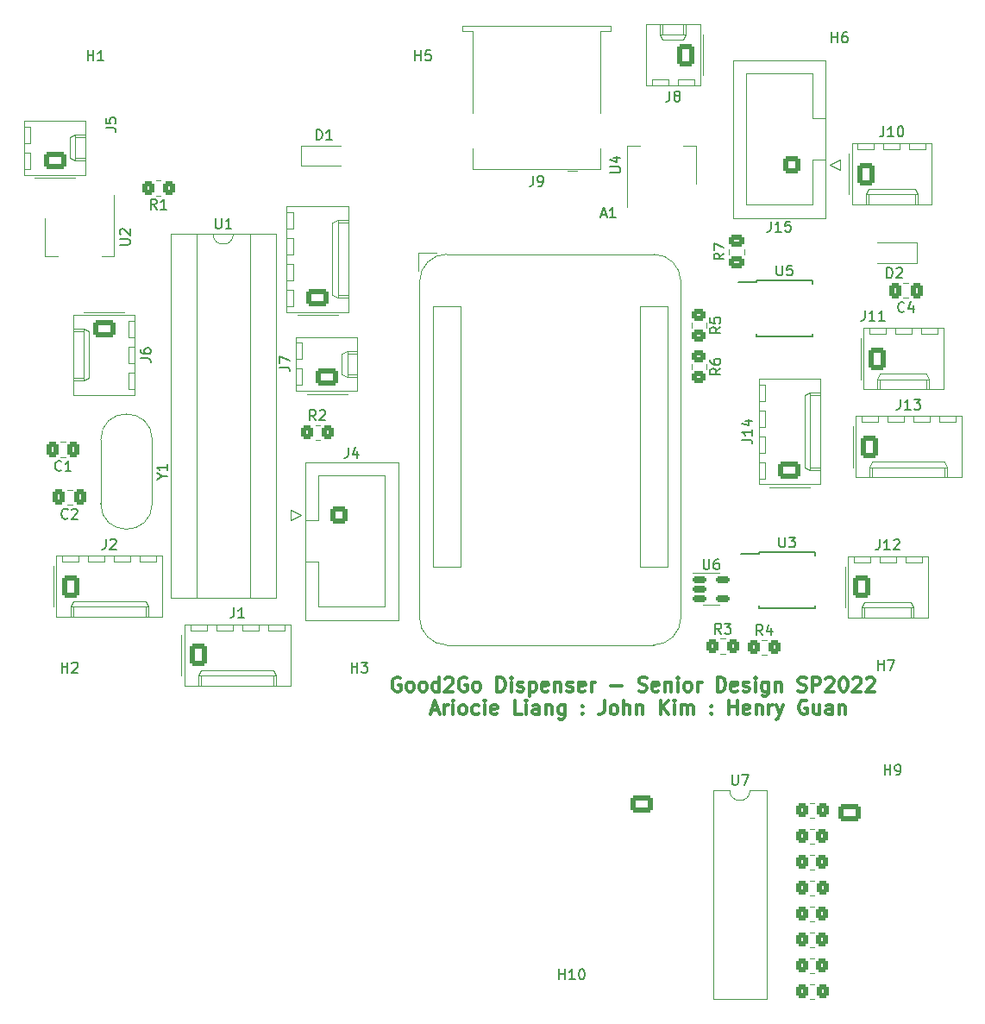
<source format=gto>
%TF.GenerationSoftware,KiCad,Pcbnew,(6.0.1)*%
%TF.CreationDate,2022-03-10T19:24:07-06:00*%
%TF.ProjectId,arliang2_good2go,61726c69-616e-4673-925f-676f6f643267,rev?*%
%TF.SameCoordinates,Original*%
%TF.FileFunction,Legend,Top*%
%TF.FilePolarity,Positive*%
%FSLAX46Y46*%
G04 Gerber Fmt 4.6, Leading zero omitted, Abs format (unit mm)*
G04 Created by KiCad (PCBNEW (6.0.1)) date 2022-03-10 19:24:07*
%MOMM*%
%LPD*%
G01*
G04 APERTURE LIST*
G04 Aperture macros list*
%AMRoundRect*
0 Rectangle with rounded corners*
0 $1 Rounding radius*
0 $2 $3 $4 $5 $6 $7 $8 $9 X,Y pos of 4 corners*
0 Add a 4 corners polygon primitive as box body*
4,1,4,$2,$3,$4,$5,$6,$7,$8,$9,$2,$3,0*
0 Add four circle primitives for the rounded corners*
1,1,$1+$1,$2,$3*
1,1,$1+$1,$4,$5*
1,1,$1+$1,$6,$7*
1,1,$1+$1,$8,$9*
0 Add four rect primitives between the rounded corners*
20,1,$1+$1,$2,$3,$4,$5,0*
20,1,$1+$1,$4,$5,$6,$7,0*
20,1,$1+$1,$6,$7,$8,$9,0*
20,1,$1+$1,$8,$9,$2,$3,0*%
G04 Aperture macros list end*
%ADD10C,0.300000*%
%ADD11C,0.150000*%
%ADD12C,0.120000*%
%ADD13RoundRect,0.250000X-0.350000X-0.450000X0.350000X-0.450000X0.350000X0.450000X-0.350000X0.450000X0*%
%ADD14RoundRect,0.250000X-0.620000X-0.845000X0.620000X-0.845000X0.620000X0.845000X-0.620000X0.845000X0*%
%ADD15O,1.740000X2.190000*%
%ADD16C,1.500000*%
%ADD17C,3.200000*%
%ADD18RoundRect,0.250000X0.350000X0.450000X-0.350000X0.450000X-0.350000X-0.450000X0.350000X-0.450000X0*%
%ADD19C,2.900000*%
%ADD20R,2.100000X1.900000*%
%ADD21O,2.100000X1.900000*%
%ADD22R,1.600000X1.600000*%
%ADD23O,1.600000X1.600000*%
%ADD24RoundRect,0.250000X0.620000X0.845000X-0.620000X0.845000X-0.620000X-0.845000X0.620000X-0.845000X0*%
%ADD25RoundRect,0.250000X0.600000X0.600000X-0.600000X0.600000X-0.600000X-0.600000X0.600000X-0.600000X0*%
%ADD26C,1.700000*%
%ADD27R,1.700000X0.650000*%
%ADD28RoundRect,0.250000X0.845000X-0.620000X0.845000X0.620000X-0.845000X0.620000X-0.845000X-0.620000X0*%
%ADD29O,2.190000X1.740000*%
%ADD30R,0.900000X1.200000*%
%ADD31RoundRect,0.250000X0.337500X0.475000X-0.337500X0.475000X-0.337500X-0.475000X0.337500X-0.475000X0*%
%ADD32RoundRect,0.250000X-0.450000X0.350000X-0.450000X-0.350000X0.450000X-0.350000X0.450000X0.350000X0*%
%ADD33C,1.600000*%
%ADD34C,3.000000*%
%ADD35R,1.500000X2.000000*%
%ADD36R,3.800000X2.000000*%
%ADD37RoundRect,0.250000X-0.600000X-0.600000X0.600000X-0.600000X0.600000X0.600000X-0.600000X0.600000X0*%
%ADD38RoundRect,0.250000X0.475000X-0.337500X0.475000X0.337500X-0.475000X0.337500X-0.475000X-0.337500X0*%
%ADD39RoundRect,0.150000X-0.512500X-0.150000X0.512500X-0.150000X0.512500X0.150000X-0.512500X0.150000X0*%
%ADD40RoundRect,0.250000X-0.845000X0.620000X-0.845000X-0.620000X0.845000X-0.620000X0.845000X0.620000X0*%
G04 APERTURE END LIST*
D10*
X136603619Y-108793915D02*
X136470571Y-108727391D01*
X136271000Y-108727391D01*
X136071428Y-108793915D01*
X135938380Y-108926962D01*
X135871857Y-109060010D01*
X135805333Y-109326105D01*
X135805333Y-109525676D01*
X135871857Y-109791772D01*
X135938380Y-109924819D01*
X136071428Y-110057867D01*
X136271000Y-110124391D01*
X136404047Y-110124391D01*
X136603619Y-110057867D01*
X136670142Y-109991343D01*
X136670142Y-109525676D01*
X136404047Y-109525676D01*
X137468428Y-110124391D02*
X137335380Y-110057867D01*
X137268857Y-109991343D01*
X137202333Y-109858295D01*
X137202333Y-109459153D01*
X137268857Y-109326105D01*
X137335380Y-109259581D01*
X137468428Y-109193057D01*
X137668000Y-109193057D01*
X137801047Y-109259581D01*
X137867571Y-109326105D01*
X137934095Y-109459153D01*
X137934095Y-109858295D01*
X137867571Y-109991343D01*
X137801047Y-110057867D01*
X137668000Y-110124391D01*
X137468428Y-110124391D01*
X138732380Y-110124391D02*
X138599333Y-110057867D01*
X138532809Y-109991343D01*
X138466285Y-109858295D01*
X138466285Y-109459153D01*
X138532809Y-109326105D01*
X138599333Y-109259581D01*
X138732380Y-109193057D01*
X138931952Y-109193057D01*
X139065000Y-109259581D01*
X139131523Y-109326105D01*
X139198047Y-109459153D01*
X139198047Y-109858295D01*
X139131523Y-109991343D01*
X139065000Y-110057867D01*
X138931952Y-110124391D01*
X138732380Y-110124391D01*
X140395476Y-110124391D02*
X140395476Y-108727391D01*
X140395476Y-110057867D02*
X140262428Y-110124391D01*
X139996333Y-110124391D01*
X139863285Y-110057867D01*
X139796761Y-109991343D01*
X139730238Y-109858295D01*
X139730238Y-109459153D01*
X139796761Y-109326105D01*
X139863285Y-109259581D01*
X139996333Y-109193057D01*
X140262428Y-109193057D01*
X140395476Y-109259581D01*
X140994190Y-108860438D02*
X141060714Y-108793915D01*
X141193761Y-108727391D01*
X141526380Y-108727391D01*
X141659428Y-108793915D01*
X141725952Y-108860438D01*
X141792476Y-108993486D01*
X141792476Y-109126534D01*
X141725952Y-109326105D01*
X140927666Y-110124391D01*
X141792476Y-110124391D01*
X143122952Y-108793915D02*
X142989904Y-108727391D01*
X142790333Y-108727391D01*
X142590761Y-108793915D01*
X142457714Y-108926962D01*
X142391190Y-109060010D01*
X142324666Y-109326105D01*
X142324666Y-109525676D01*
X142391190Y-109791772D01*
X142457714Y-109924819D01*
X142590761Y-110057867D01*
X142790333Y-110124391D01*
X142923380Y-110124391D01*
X143122952Y-110057867D01*
X143189476Y-109991343D01*
X143189476Y-109525676D01*
X142923380Y-109525676D01*
X143987761Y-110124391D02*
X143854714Y-110057867D01*
X143788190Y-109991343D01*
X143721666Y-109858295D01*
X143721666Y-109459153D01*
X143788190Y-109326105D01*
X143854714Y-109259581D01*
X143987761Y-109193057D01*
X144187333Y-109193057D01*
X144320380Y-109259581D01*
X144386904Y-109326105D01*
X144453428Y-109459153D01*
X144453428Y-109858295D01*
X144386904Y-109991343D01*
X144320380Y-110057867D01*
X144187333Y-110124391D01*
X143987761Y-110124391D01*
X146116523Y-110124391D02*
X146116523Y-108727391D01*
X146449142Y-108727391D01*
X146648714Y-108793915D01*
X146781761Y-108926962D01*
X146848285Y-109060010D01*
X146914809Y-109326105D01*
X146914809Y-109525676D01*
X146848285Y-109791772D01*
X146781761Y-109924819D01*
X146648714Y-110057867D01*
X146449142Y-110124391D01*
X146116523Y-110124391D01*
X147513523Y-110124391D02*
X147513523Y-109193057D01*
X147513523Y-108727391D02*
X147447000Y-108793915D01*
X147513523Y-108860438D01*
X147580047Y-108793915D01*
X147513523Y-108727391D01*
X147513523Y-108860438D01*
X148112238Y-110057867D02*
X148245285Y-110124391D01*
X148511380Y-110124391D01*
X148644428Y-110057867D01*
X148710952Y-109924819D01*
X148710952Y-109858295D01*
X148644428Y-109725248D01*
X148511380Y-109658724D01*
X148311809Y-109658724D01*
X148178761Y-109592200D01*
X148112238Y-109459153D01*
X148112238Y-109392629D01*
X148178761Y-109259581D01*
X148311809Y-109193057D01*
X148511380Y-109193057D01*
X148644428Y-109259581D01*
X149309666Y-109193057D02*
X149309666Y-110590057D01*
X149309666Y-109259581D02*
X149442714Y-109193057D01*
X149708809Y-109193057D01*
X149841857Y-109259581D01*
X149908380Y-109326105D01*
X149974904Y-109459153D01*
X149974904Y-109858295D01*
X149908380Y-109991343D01*
X149841857Y-110057867D01*
X149708809Y-110124391D01*
X149442714Y-110124391D01*
X149309666Y-110057867D01*
X151105809Y-110057867D02*
X150972761Y-110124391D01*
X150706666Y-110124391D01*
X150573619Y-110057867D01*
X150507095Y-109924819D01*
X150507095Y-109392629D01*
X150573619Y-109259581D01*
X150706666Y-109193057D01*
X150972761Y-109193057D01*
X151105809Y-109259581D01*
X151172333Y-109392629D01*
X151172333Y-109525676D01*
X150507095Y-109658724D01*
X151771047Y-109193057D02*
X151771047Y-110124391D01*
X151771047Y-109326105D02*
X151837571Y-109259581D01*
X151970619Y-109193057D01*
X152170190Y-109193057D01*
X152303238Y-109259581D01*
X152369761Y-109392629D01*
X152369761Y-110124391D01*
X152968476Y-110057867D02*
X153101523Y-110124391D01*
X153367619Y-110124391D01*
X153500666Y-110057867D01*
X153567190Y-109924819D01*
X153567190Y-109858295D01*
X153500666Y-109725248D01*
X153367619Y-109658724D01*
X153168047Y-109658724D01*
X153035000Y-109592200D01*
X152968476Y-109459153D01*
X152968476Y-109392629D01*
X153035000Y-109259581D01*
X153168047Y-109193057D01*
X153367619Y-109193057D01*
X153500666Y-109259581D01*
X154698095Y-110057867D02*
X154565047Y-110124391D01*
X154298952Y-110124391D01*
X154165904Y-110057867D01*
X154099380Y-109924819D01*
X154099380Y-109392629D01*
X154165904Y-109259581D01*
X154298952Y-109193057D01*
X154565047Y-109193057D01*
X154698095Y-109259581D01*
X154764619Y-109392629D01*
X154764619Y-109525676D01*
X154099380Y-109658724D01*
X155363333Y-110124391D02*
X155363333Y-109193057D01*
X155363333Y-109459153D02*
X155429857Y-109326105D01*
X155496380Y-109259581D01*
X155629428Y-109193057D01*
X155762476Y-109193057D01*
X157292523Y-109592200D02*
X158356904Y-109592200D01*
X160020000Y-110057867D02*
X160219571Y-110124391D01*
X160552190Y-110124391D01*
X160685238Y-110057867D01*
X160751761Y-109991343D01*
X160818285Y-109858295D01*
X160818285Y-109725248D01*
X160751761Y-109592200D01*
X160685238Y-109525676D01*
X160552190Y-109459153D01*
X160286095Y-109392629D01*
X160153047Y-109326105D01*
X160086523Y-109259581D01*
X160020000Y-109126534D01*
X160020000Y-108993486D01*
X160086523Y-108860438D01*
X160153047Y-108793915D01*
X160286095Y-108727391D01*
X160618714Y-108727391D01*
X160818285Y-108793915D01*
X161949190Y-110057867D02*
X161816142Y-110124391D01*
X161550047Y-110124391D01*
X161417000Y-110057867D01*
X161350476Y-109924819D01*
X161350476Y-109392629D01*
X161417000Y-109259581D01*
X161550047Y-109193057D01*
X161816142Y-109193057D01*
X161949190Y-109259581D01*
X162015714Y-109392629D01*
X162015714Y-109525676D01*
X161350476Y-109658724D01*
X162614428Y-109193057D02*
X162614428Y-110124391D01*
X162614428Y-109326105D02*
X162680952Y-109259581D01*
X162814000Y-109193057D01*
X163013571Y-109193057D01*
X163146619Y-109259581D01*
X163213142Y-109392629D01*
X163213142Y-110124391D01*
X163878380Y-110124391D02*
X163878380Y-109193057D01*
X163878380Y-108727391D02*
X163811857Y-108793915D01*
X163878380Y-108860438D01*
X163944904Y-108793915D01*
X163878380Y-108727391D01*
X163878380Y-108860438D01*
X164743190Y-110124391D02*
X164610142Y-110057867D01*
X164543619Y-109991343D01*
X164477095Y-109858295D01*
X164477095Y-109459153D01*
X164543619Y-109326105D01*
X164610142Y-109259581D01*
X164743190Y-109193057D01*
X164942761Y-109193057D01*
X165075809Y-109259581D01*
X165142333Y-109326105D01*
X165208857Y-109459153D01*
X165208857Y-109858295D01*
X165142333Y-109991343D01*
X165075809Y-110057867D01*
X164942761Y-110124391D01*
X164743190Y-110124391D01*
X165807571Y-110124391D02*
X165807571Y-109193057D01*
X165807571Y-109459153D02*
X165874095Y-109326105D01*
X165940619Y-109259581D01*
X166073666Y-109193057D01*
X166206714Y-109193057D01*
X167736761Y-110124391D02*
X167736761Y-108727391D01*
X168069380Y-108727391D01*
X168268952Y-108793915D01*
X168401999Y-108926962D01*
X168468523Y-109060010D01*
X168535047Y-109326105D01*
X168535047Y-109525676D01*
X168468523Y-109791772D01*
X168401999Y-109924819D01*
X168268952Y-110057867D01*
X168069380Y-110124391D01*
X167736761Y-110124391D01*
X169665952Y-110057867D02*
X169532904Y-110124391D01*
X169266809Y-110124391D01*
X169133761Y-110057867D01*
X169067238Y-109924819D01*
X169067238Y-109392629D01*
X169133761Y-109259581D01*
X169266809Y-109193057D01*
X169532904Y-109193057D01*
X169665952Y-109259581D01*
X169732476Y-109392629D01*
X169732476Y-109525676D01*
X169067238Y-109658724D01*
X170264666Y-110057867D02*
X170397714Y-110124391D01*
X170663809Y-110124391D01*
X170796857Y-110057867D01*
X170863380Y-109924819D01*
X170863380Y-109858295D01*
X170796857Y-109725248D01*
X170663809Y-109658724D01*
X170464238Y-109658724D01*
X170331190Y-109592200D01*
X170264666Y-109459153D01*
X170264666Y-109392629D01*
X170331190Y-109259581D01*
X170464238Y-109193057D01*
X170663809Y-109193057D01*
X170796857Y-109259581D01*
X171462095Y-110124391D02*
X171462095Y-109193057D01*
X171462095Y-108727391D02*
X171395571Y-108793915D01*
X171462095Y-108860438D01*
X171528619Y-108793915D01*
X171462095Y-108727391D01*
X171462095Y-108860438D01*
X172726047Y-109193057D02*
X172726047Y-110323962D01*
X172659523Y-110457010D01*
X172593000Y-110523534D01*
X172459952Y-110590057D01*
X172260380Y-110590057D01*
X172127333Y-110523534D01*
X172726047Y-110057867D02*
X172593000Y-110124391D01*
X172326904Y-110124391D01*
X172193857Y-110057867D01*
X172127333Y-109991343D01*
X172060809Y-109858295D01*
X172060809Y-109459153D01*
X172127333Y-109326105D01*
X172193857Y-109259581D01*
X172326904Y-109193057D01*
X172593000Y-109193057D01*
X172726047Y-109259581D01*
X173391285Y-109193057D02*
X173391285Y-110124391D01*
X173391285Y-109326105D02*
X173457809Y-109259581D01*
X173590857Y-109193057D01*
X173790428Y-109193057D01*
X173923476Y-109259581D01*
X173990000Y-109392629D01*
X173990000Y-110124391D01*
X175653095Y-110057867D02*
X175852666Y-110124391D01*
X176185285Y-110124391D01*
X176318333Y-110057867D01*
X176384857Y-109991343D01*
X176451380Y-109858295D01*
X176451380Y-109725248D01*
X176384857Y-109592200D01*
X176318333Y-109525676D01*
X176185285Y-109459153D01*
X175919190Y-109392629D01*
X175786142Y-109326105D01*
X175719619Y-109259581D01*
X175653095Y-109126534D01*
X175653095Y-108993486D01*
X175719619Y-108860438D01*
X175786142Y-108793915D01*
X175919190Y-108727391D01*
X176251809Y-108727391D01*
X176451380Y-108793915D01*
X177050095Y-110124391D02*
X177050095Y-108727391D01*
X177582285Y-108727391D01*
X177715333Y-108793915D01*
X177781857Y-108860438D01*
X177848380Y-108993486D01*
X177848380Y-109193057D01*
X177781857Y-109326105D01*
X177715333Y-109392629D01*
X177582285Y-109459153D01*
X177050095Y-109459153D01*
X178380571Y-108860438D02*
X178447095Y-108793915D01*
X178580142Y-108727391D01*
X178912761Y-108727391D01*
X179045809Y-108793915D01*
X179112333Y-108860438D01*
X179178857Y-108993486D01*
X179178857Y-109126534D01*
X179112333Y-109326105D01*
X178314047Y-110124391D01*
X179178857Y-110124391D01*
X180043666Y-108727391D02*
X180176714Y-108727391D01*
X180309761Y-108793915D01*
X180376285Y-108860438D01*
X180442809Y-108993486D01*
X180509333Y-109259581D01*
X180509333Y-109592200D01*
X180442809Y-109858295D01*
X180376285Y-109991343D01*
X180309761Y-110057867D01*
X180176714Y-110124391D01*
X180043666Y-110124391D01*
X179910619Y-110057867D01*
X179844095Y-109991343D01*
X179777571Y-109858295D01*
X179711047Y-109592200D01*
X179711047Y-109259581D01*
X179777571Y-108993486D01*
X179844095Y-108860438D01*
X179910619Y-108793915D01*
X180043666Y-108727391D01*
X181041523Y-108860438D02*
X181108047Y-108793915D01*
X181241095Y-108727391D01*
X181573714Y-108727391D01*
X181706761Y-108793915D01*
X181773285Y-108860438D01*
X181839809Y-108993486D01*
X181839809Y-109126534D01*
X181773285Y-109326105D01*
X180975000Y-110124391D01*
X181839809Y-110124391D01*
X182372000Y-108860438D02*
X182438523Y-108793915D01*
X182571571Y-108727391D01*
X182904190Y-108727391D01*
X183037238Y-108793915D01*
X183103761Y-108860438D01*
X183170285Y-108993486D01*
X183170285Y-109126534D01*
X183103761Y-109326105D01*
X182305476Y-110124391D01*
X183170285Y-110124391D01*
X139663714Y-111974418D02*
X140328952Y-111974418D01*
X139530666Y-112373561D02*
X139996333Y-110976561D01*
X140462000Y-112373561D01*
X140927666Y-112373561D02*
X140927666Y-111442227D01*
X140927666Y-111708323D02*
X140994190Y-111575275D01*
X141060714Y-111508751D01*
X141193761Y-111442227D01*
X141326809Y-111442227D01*
X141792476Y-112373561D02*
X141792476Y-111442227D01*
X141792476Y-110976561D02*
X141725952Y-111043085D01*
X141792476Y-111109608D01*
X141859000Y-111043085D01*
X141792476Y-110976561D01*
X141792476Y-111109608D01*
X142657285Y-112373561D02*
X142524238Y-112307037D01*
X142457714Y-112240513D01*
X142391190Y-112107465D01*
X142391190Y-111708323D01*
X142457714Y-111575275D01*
X142524238Y-111508751D01*
X142657285Y-111442227D01*
X142856857Y-111442227D01*
X142989904Y-111508751D01*
X143056428Y-111575275D01*
X143122952Y-111708323D01*
X143122952Y-112107465D01*
X143056428Y-112240513D01*
X142989904Y-112307037D01*
X142856857Y-112373561D01*
X142657285Y-112373561D01*
X144320380Y-112307037D02*
X144187333Y-112373561D01*
X143921238Y-112373561D01*
X143788190Y-112307037D01*
X143721666Y-112240513D01*
X143655142Y-112107465D01*
X143655142Y-111708323D01*
X143721666Y-111575275D01*
X143788190Y-111508751D01*
X143921238Y-111442227D01*
X144187333Y-111442227D01*
X144320380Y-111508751D01*
X144919095Y-112373561D02*
X144919095Y-111442227D01*
X144919095Y-110976561D02*
X144852571Y-111043085D01*
X144919095Y-111109608D01*
X144985619Y-111043085D01*
X144919095Y-110976561D01*
X144919095Y-111109608D01*
X146116523Y-112307037D02*
X145983476Y-112373561D01*
X145717380Y-112373561D01*
X145584333Y-112307037D01*
X145517809Y-112173989D01*
X145517809Y-111641799D01*
X145584333Y-111508751D01*
X145717380Y-111442227D01*
X145983476Y-111442227D01*
X146116523Y-111508751D01*
X146183047Y-111641799D01*
X146183047Y-111774846D01*
X145517809Y-111907894D01*
X148511380Y-112373561D02*
X147846142Y-112373561D01*
X147846142Y-110976561D01*
X148977047Y-112373561D02*
X148977047Y-111442227D01*
X148977047Y-110976561D02*
X148910523Y-111043085D01*
X148977047Y-111109608D01*
X149043571Y-111043085D01*
X148977047Y-110976561D01*
X148977047Y-111109608D01*
X150241000Y-112373561D02*
X150241000Y-111641799D01*
X150174476Y-111508751D01*
X150041428Y-111442227D01*
X149775333Y-111442227D01*
X149642285Y-111508751D01*
X150241000Y-112307037D02*
X150107952Y-112373561D01*
X149775333Y-112373561D01*
X149642285Y-112307037D01*
X149575761Y-112173989D01*
X149575761Y-112040942D01*
X149642285Y-111907894D01*
X149775333Y-111841370D01*
X150107952Y-111841370D01*
X150241000Y-111774846D01*
X150906238Y-111442227D02*
X150906238Y-112373561D01*
X150906238Y-111575275D02*
X150972761Y-111508751D01*
X151105809Y-111442227D01*
X151305380Y-111442227D01*
X151438428Y-111508751D01*
X151504952Y-111641799D01*
X151504952Y-112373561D01*
X152768904Y-111442227D02*
X152768904Y-112573132D01*
X152702380Y-112706180D01*
X152635857Y-112772704D01*
X152502809Y-112839227D01*
X152303238Y-112839227D01*
X152170190Y-112772704D01*
X152768904Y-112307037D02*
X152635857Y-112373561D01*
X152369761Y-112373561D01*
X152236714Y-112307037D01*
X152170190Y-112240513D01*
X152103666Y-112107465D01*
X152103666Y-111708323D01*
X152170190Y-111575275D01*
X152236714Y-111508751D01*
X152369761Y-111442227D01*
X152635857Y-111442227D01*
X152768904Y-111508751D01*
X154498523Y-112240513D02*
X154565047Y-112307037D01*
X154498523Y-112373561D01*
X154432000Y-112307037D01*
X154498523Y-112240513D01*
X154498523Y-112373561D01*
X154498523Y-111508751D02*
X154565047Y-111575275D01*
X154498523Y-111641799D01*
X154432000Y-111575275D01*
X154498523Y-111508751D01*
X154498523Y-111641799D01*
X156627285Y-110976561D02*
X156627285Y-111974418D01*
X156560761Y-112173989D01*
X156427714Y-112307037D01*
X156228142Y-112373561D01*
X156095095Y-112373561D01*
X157492095Y-112373561D02*
X157359047Y-112307037D01*
X157292523Y-112240513D01*
X157226000Y-112107465D01*
X157226000Y-111708323D01*
X157292523Y-111575275D01*
X157359047Y-111508751D01*
X157492095Y-111442227D01*
X157691666Y-111442227D01*
X157824714Y-111508751D01*
X157891238Y-111575275D01*
X157957761Y-111708323D01*
X157957761Y-112107465D01*
X157891238Y-112240513D01*
X157824714Y-112307037D01*
X157691666Y-112373561D01*
X157492095Y-112373561D01*
X158556476Y-112373561D02*
X158556476Y-110976561D01*
X159155190Y-112373561D02*
X159155190Y-111641799D01*
X159088666Y-111508751D01*
X158955619Y-111442227D01*
X158756047Y-111442227D01*
X158623000Y-111508751D01*
X158556476Y-111575275D01*
X159820428Y-111442227D02*
X159820428Y-112373561D01*
X159820428Y-111575275D02*
X159886952Y-111508751D01*
X160020000Y-111442227D01*
X160219571Y-111442227D01*
X160352619Y-111508751D01*
X160419142Y-111641799D01*
X160419142Y-112373561D01*
X162148761Y-112373561D02*
X162148761Y-110976561D01*
X162947047Y-112373561D02*
X162348333Y-111575275D01*
X162947047Y-110976561D02*
X162148761Y-111774846D01*
X163545761Y-112373561D02*
X163545761Y-111442227D01*
X163545761Y-110976561D02*
X163479238Y-111043085D01*
X163545761Y-111109608D01*
X163612285Y-111043085D01*
X163545761Y-110976561D01*
X163545761Y-111109608D01*
X164211000Y-112373561D02*
X164211000Y-111442227D01*
X164211000Y-111575275D02*
X164277523Y-111508751D01*
X164410571Y-111442227D01*
X164610142Y-111442227D01*
X164743190Y-111508751D01*
X164809714Y-111641799D01*
X164809714Y-112373561D01*
X164809714Y-111641799D02*
X164876238Y-111508751D01*
X165009285Y-111442227D01*
X165208857Y-111442227D01*
X165341904Y-111508751D01*
X165408428Y-111641799D01*
X165408428Y-112373561D01*
X167138047Y-112240513D02*
X167204571Y-112307037D01*
X167138047Y-112373561D01*
X167071523Y-112307037D01*
X167138047Y-112240513D01*
X167138047Y-112373561D01*
X167138047Y-111508751D02*
X167204571Y-111575275D01*
X167138047Y-111641799D01*
X167071523Y-111575275D01*
X167138047Y-111508751D01*
X167138047Y-111641799D01*
X168867666Y-112373561D02*
X168867666Y-110976561D01*
X168867666Y-111641799D02*
X169665952Y-111641799D01*
X169665952Y-112373561D02*
X169665952Y-110976561D01*
X170863380Y-112307037D02*
X170730333Y-112373561D01*
X170464238Y-112373561D01*
X170331190Y-112307037D01*
X170264666Y-112173989D01*
X170264666Y-111641799D01*
X170331190Y-111508751D01*
X170464238Y-111442227D01*
X170730333Y-111442227D01*
X170863380Y-111508751D01*
X170929904Y-111641799D01*
X170929904Y-111774846D01*
X170264666Y-111907894D01*
X171528619Y-111442227D02*
X171528619Y-112373561D01*
X171528619Y-111575275D02*
X171595142Y-111508751D01*
X171728190Y-111442227D01*
X171927761Y-111442227D01*
X172060809Y-111508751D01*
X172127333Y-111641799D01*
X172127333Y-112373561D01*
X172792571Y-112373561D02*
X172792571Y-111442227D01*
X172792571Y-111708323D02*
X172859095Y-111575275D01*
X172925619Y-111508751D01*
X173058666Y-111442227D01*
X173191714Y-111442227D01*
X173524333Y-111442227D02*
X173856952Y-112373561D01*
X174189571Y-111442227D02*
X173856952Y-112373561D01*
X173723904Y-112706180D01*
X173657380Y-112772704D01*
X173524333Y-112839227D01*
X176517904Y-111043085D02*
X176384857Y-110976561D01*
X176185285Y-110976561D01*
X175985714Y-111043085D01*
X175852666Y-111176132D01*
X175786142Y-111309180D01*
X175719619Y-111575275D01*
X175719619Y-111774846D01*
X175786142Y-112040942D01*
X175852666Y-112173989D01*
X175985714Y-112307037D01*
X176185285Y-112373561D01*
X176318333Y-112373561D01*
X176517904Y-112307037D01*
X176584428Y-112240513D01*
X176584428Y-111774846D01*
X176318333Y-111774846D01*
X177781857Y-111442227D02*
X177781857Y-112373561D01*
X177183142Y-111442227D02*
X177183142Y-112173989D01*
X177249666Y-112307037D01*
X177382714Y-112373561D01*
X177582285Y-112373561D01*
X177715333Y-112307037D01*
X177781857Y-112240513D01*
X179045809Y-112373561D02*
X179045809Y-111641799D01*
X178979285Y-111508751D01*
X178846238Y-111442227D01*
X178580142Y-111442227D01*
X178447095Y-111508751D01*
X179045809Y-112307037D02*
X178912761Y-112373561D01*
X178580142Y-112373561D01*
X178447095Y-112307037D01*
X178380571Y-112173989D01*
X178380571Y-112040942D01*
X178447095Y-111907894D01*
X178580142Y-111841370D01*
X178912761Y-111841370D01*
X179045809Y-111774846D01*
X179711047Y-111442227D02*
X179711047Y-112373561D01*
X179711047Y-111575275D02*
X179777571Y-111508751D01*
X179910619Y-111442227D01*
X180110190Y-111442227D01*
X180243238Y-111508751D01*
X180309761Y-111641799D01*
X180309761Y-112373561D01*
D11*
%TO.C,J12*%
X183660987Y-95203869D02*
X183660987Y-95918155D01*
X183613368Y-96061012D01*
X183518130Y-96156250D01*
X183375272Y-96203869D01*
X183280034Y-96203869D01*
X184660987Y-96203869D02*
X184089558Y-96203869D01*
X184375272Y-96203869D02*
X184375272Y-95203869D01*
X184280034Y-95346727D01*
X184184796Y-95441965D01*
X184089558Y-95489584D01*
X185041939Y-95299108D02*
X185089558Y-95251489D01*
X185184796Y-95203869D01*
X185422891Y-95203869D01*
X185518130Y-95251489D01*
X185565749Y-95299108D01*
X185613368Y-95394346D01*
X185613368Y-95489584D01*
X185565749Y-95632441D01*
X184994320Y-96203869D01*
X185613368Y-96203869D01*
%TO.C,R4*%
X172172333Y-104593380D02*
X171839000Y-104117190D01*
X171600904Y-104593380D02*
X171600904Y-103593380D01*
X171981857Y-103593380D01*
X172077095Y-103641000D01*
X172124714Y-103688619D01*
X172172333Y-103783857D01*
X172172333Y-103926714D01*
X172124714Y-104021952D01*
X172077095Y-104069571D01*
X171981857Y-104117190D01*
X171600904Y-104117190D01*
X173029476Y-103926714D02*
X173029476Y-104593380D01*
X172791380Y-103545761D02*
X172553285Y-104260047D01*
X173172333Y-104260047D01*
%TO.C,Y1*%
X113229190Y-89022190D02*
X113705380Y-89022190D01*
X112705380Y-89355523D02*
X113229190Y-89022190D01*
X112705380Y-88688857D01*
X113705380Y-87831714D02*
X113705380Y-88403142D01*
X113705380Y-88117428D02*
X112705380Y-88117428D01*
X112848238Y-88212666D01*
X112943476Y-88307904D01*
X112991095Y-88403142D01*
%TO.C,H2*%
X103378095Y-108266380D02*
X103378095Y-107266380D01*
X103378095Y-107742571D02*
X103949523Y-107742571D01*
X103949523Y-108266380D02*
X103949523Y-107266380D01*
X104378095Y-107361619D02*
X104425714Y-107314000D01*
X104520952Y-107266380D01*
X104759047Y-107266380D01*
X104854285Y-107314000D01*
X104901904Y-107361619D01*
X104949523Y-107456857D01*
X104949523Y-107552095D01*
X104901904Y-107694952D01*
X104330476Y-108266380D01*
X104949523Y-108266380D01*
%TO.C,R1*%
X112700844Y-62808380D02*
X112367511Y-62332190D01*
X112129415Y-62808380D02*
X112129415Y-61808380D01*
X112510368Y-61808380D01*
X112605606Y-61856000D01*
X112653225Y-61903619D01*
X112700844Y-61998857D01*
X112700844Y-62141714D01*
X112653225Y-62236952D01*
X112605606Y-62284571D01*
X112510368Y-62332190D01*
X112129415Y-62332190D01*
X113653225Y-62808380D02*
X113081796Y-62808380D01*
X113367511Y-62808380D02*
X113367511Y-61808380D01*
X113272272Y-61951238D01*
X113177034Y-62046476D01*
X113081796Y-62094095D01*
%TO.C,H9*%
X184150095Y-118308380D02*
X184150095Y-117308380D01*
X184150095Y-117784571D02*
X184721523Y-117784571D01*
X184721523Y-118308380D02*
X184721523Y-117308380D01*
X185245333Y-118308380D02*
X185435809Y-118308380D01*
X185531047Y-118260761D01*
X185578666Y-118213142D01*
X185673904Y-118070285D01*
X185721523Y-117879809D01*
X185721523Y-117498857D01*
X185673904Y-117403619D01*
X185626285Y-117356000D01*
X185531047Y-117308380D01*
X185340571Y-117308380D01*
X185245333Y-117356000D01*
X185197714Y-117403619D01*
X185150095Y-117498857D01*
X185150095Y-117736952D01*
X185197714Y-117832190D01*
X185245333Y-117879809D01*
X185340571Y-117927428D01*
X185531047Y-117927428D01*
X185626285Y-117879809D01*
X185673904Y-117832190D01*
X185721523Y-117736952D01*
%TO.C,A1*%
X156324225Y-63326155D02*
X156800415Y-63326155D01*
X156228987Y-63611869D02*
X156562320Y-62611869D01*
X156895653Y-63611869D01*
X157752796Y-63611869D02*
X157181368Y-63611869D01*
X157467082Y-63611869D02*
X157467082Y-62611869D01*
X157371844Y-62754727D01*
X157276606Y-62849965D01*
X157181368Y-62897584D01*
%TO.C,U1*%
X118465606Y-63680380D02*
X118465606Y-64489904D01*
X118513225Y-64585142D01*
X118560844Y-64632761D01*
X118656082Y-64680380D01*
X118846558Y-64680380D01*
X118941796Y-64632761D01*
X118989415Y-64585142D01*
X119037034Y-64489904D01*
X119037034Y-63680380D01*
X120037034Y-64680380D02*
X119465606Y-64680380D01*
X119751320Y-64680380D02*
X119751320Y-63680380D01*
X119656082Y-63823238D01*
X119560844Y-63918476D01*
X119465606Y-63966095D01*
%TO.C,J8*%
X163055177Y-51221869D02*
X163055177Y-51936155D01*
X163007558Y-52079012D01*
X162912320Y-52174250D01*
X162769463Y-52221869D01*
X162674225Y-52221869D01*
X163674225Y-51650441D02*
X163578987Y-51602822D01*
X163531368Y-51555203D01*
X163483749Y-51459965D01*
X163483749Y-51412346D01*
X163531368Y-51317108D01*
X163578987Y-51269489D01*
X163674225Y-51221869D01*
X163864701Y-51221869D01*
X163959939Y-51269489D01*
X164007558Y-51317108D01*
X164055177Y-51412346D01*
X164055177Y-51459965D01*
X164007558Y-51555203D01*
X163959939Y-51602822D01*
X163864701Y-51650441D01*
X163674225Y-51650441D01*
X163578987Y-51698060D01*
X163531368Y-51745679D01*
X163483749Y-51840917D01*
X163483749Y-52031393D01*
X163531368Y-52126631D01*
X163578987Y-52174250D01*
X163674225Y-52221869D01*
X163864701Y-52221869D01*
X163959939Y-52174250D01*
X164007558Y-52126631D01*
X164055177Y-52031393D01*
X164055177Y-51840917D01*
X164007558Y-51745679D01*
X163959939Y-51698060D01*
X163864701Y-51650441D01*
%TO.C,J2*%
X107708177Y-95154380D02*
X107708177Y-95868666D01*
X107660558Y-96011523D01*
X107565320Y-96106761D01*
X107422463Y-96154380D01*
X107327225Y-96154380D01*
X108136749Y-95249619D02*
X108184368Y-95202000D01*
X108279606Y-95154380D01*
X108517701Y-95154380D01*
X108612939Y-95202000D01*
X108660558Y-95249619D01*
X108708177Y-95344857D01*
X108708177Y-95440095D01*
X108660558Y-95582952D01*
X108089130Y-96154380D01*
X108708177Y-96154380D01*
%TO.C,J15*%
X172992987Y-63996869D02*
X172992987Y-64711155D01*
X172945368Y-64854012D01*
X172850130Y-64949250D01*
X172707272Y-64996869D01*
X172612034Y-64996869D01*
X173992987Y-64996869D02*
X173421558Y-64996869D01*
X173707272Y-64996869D02*
X173707272Y-63996869D01*
X173612034Y-64139727D01*
X173516796Y-64234965D01*
X173421558Y-64282584D01*
X174897749Y-63996869D02*
X174421558Y-63996869D01*
X174373939Y-64473060D01*
X174421558Y-64425441D01*
X174516796Y-64377822D01*
X174754891Y-64377822D01*
X174850130Y-64425441D01*
X174897749Y-64473060D01*
X174945368Y-64568298D01*
X174945368Y-64806393D01*
X174897749Y-64901631D01*
X174850130Y-64949250D01*
X174754891Y-64996869D01*
X174516796Y-64996869D01*
X174421558Y-64949250D01*
X174373939Y-64901631D01*
%TO.C,H10*%
X152177904Y-138374380D02*
X152177904Y-137374380D01*
X152177904Y-137850571D02*
X152749333Y-137850571D01*
X152749333Y-138374380D02*
X152749333Y-137374380D01*
X153749333Y-138374380D02*
X153177904Y-138374380D01*
X153463619Y-138374380D02*
X153463619Y-137374380D01*
X153368380Y-137517238D01*
X153273142Y-137612476D01*
X153177904Y-137660095D01*
X154368380Y-137374380D02*
X154463619Y-137374380D01*
X154558857Y-137422000D01*
X154606476Y-137469619D01*
X154654095Y-137564857D01*
X154701714Y-137755333D01*
X154701714Y-137993428D01*
X154654095Y-138183904D01*
X154606476Y-138279142D01*
X154558857Y-138326761D01*
X154463619Y-138374380D01*
X154368380Y-138374380D01*
X154273142Y-138326761D01*
X154225523Y-138279142D01*
X154177904Y-138183904D01*
X154130285Y-137993428D01*
X154130285Y-137755333D01*
X154177904Y-137564857D01*
X154225523Y-137469619D01*
X154273142Y-137422000D01*
X154368380Y-137374380D01*
%TO.C,U5*%
X173548606Y-68308869D02*
X173548606Y-69118393D01*
X173596225Y-69213631D01*
X173643844Y-69261250D01*
X173739082Y-69308869D01*
X173929558Y-69308869D01*
X174024796Y-69261250D01*
X174072415Y-69213631D01*
X174120034Y-69118393D01*
X174120034Y-68308869D01*
X175072415Y-68308869D02*
X174596225Y-68308869D01*
X174548606Y-68785060D01*
X174596225Y-68737441D01*
X174691463Y-68689822D01*
X174929558Y-68689822D01*
X175024796Y-68737441D01*
X175072415Y-68785060D01*
X175120034Y-68880298D01*
X175120034Y-69118393D01*
X175072415Y-69213631D01*
X175024796Y-69261250D01*
X174929558Y-69308869D01*
X174691463Y-69308869D01*
X174596225Y-69261250D01*
X174548606Y-69213631D01*
%TO.C,D2*%
X184367415Y-69532869D02*
X184367415Y-68532869D01*
X184605511Y-68532869D01*
X184748368Y-68580489D01*
X184843606Y-68675727D01*
X184891225Y-68770965D01*
X184938844Y-68961441D01*
X184938844Y-69104298D01*
X184891225Y-69294774D01*
X184843606Y-69390012D01*
X184748368Y-69485250D01*
X184605511Y-69532869D01*
X184367415Y-69532869D01*
X185319796Y-68628108D02*
X185367415Y-68580489D01*
X185462653Y-68532869D01*
X185700749Y-68532869D01*
X185795987Y-68580489D01*
X185843606Y-68628108D01*
X185891225Y-68723346D01*
X185891225Y-68818584D01*
X185843606Y-68961441D01*
X185272177Y-69532869D01*
X185891225Y-69532869D01*
%TO.C,H1*%
X105918095Y-48204380D02*
X105918095Y-47204380D01*
X105918095Y-47680571D02*
X106489523Y-47680571D01*
X106489523Y-48204380D02*
X106489523Y-47204380D01*
X107489523Y-48204380D02*
X106918095Y-48204380D01*
X107203809Y-48204380D02*
X107203809Y-47204380D01*
X107108571Y-47347238D01*
X107013333Y-47442476D01*
X106918095Y-47490095D01*
%TO.C,H5*%
X138049095Y-48204380D02*
X138049095Y-47204380D01*
X138049095Y-47680571D02*
X138620523Y-47680571D01*
X138620523Y-48204380D02*
X138620523Y-47204380D01*
X139572904Y-47204380D02*
X139096714Y-47204380D01*
X139049095Y-47680571D01*
X139096714Y-47632952D01*
X139191952Y-47585333D01*
X139430047Y-47585333D01*
X139525285Y-47632952D01*
X139572904Y-47680571D01*
X139620523Y-47775809D01*
X139620523Y-48013904D01*
X139572904Y-48109142D01*
X139525285Y-48156761D01*
X139430047Y-48204380D01*
X139191952Y-48204380D01*
X139096714Y-48156761D01*
X139049095Y-48109142D01*
%TO.C,C4*%
X186081844Y-72800631D02*
X186034225Y-72848250D01*
X185891368Y-72895869D01*
X185796130Y-72895869D01*
X185653272Y-72848250D01*
X185558034Y-72753012D01*
X185510415Y-72657774D01*
X185462796Y-72467298D01*
X185462796Y-72324441D01*
X185510415Y-72133965D01*
X185558034Y-72038727D01*
X185653272Y-71943489D01*
X185796130Y-71895869D01*
X185891368Y-71895869D01*
X186034225Y-71943489D01*
X186081844Y-71991108D01*
X186938987Y-72229203D02*
X186938987Y-72895869D01*
X186700891Y-71848250D02*
X186462796Y-72562536D01*
X187081844Y-72562536D01*
%TO.C,C2*%
X103973333Y-93096142D02*
X103925714Y-93143761D01*
X103782857Y-93191380D01*
X103687619Y-93191380D01*
X103544761Y-93143761D01*
X103449523Y-93048523D01*
X103401904Y-92953285D01*
X103354285Y-92762809D01*
X103354285Y-92619952D01*
X103401904Y-92429476D01*
X103449523Y-92334238D01*
X103544761Y-92239000D01*
X103687619Y-92191380D01*
X103782857Y-92191380D01*
X103925714Y-92239000D01*
X103973333Y-92286619D01*
X104354285Y-92286619D02*
X104401904Y-92239000D01*
X104497142Y-92191380D01*
X104735238Y-92191380D01*
X104830476Y-92239000D01*
X104878095Y-92286619D01*
X104925714Y-92381857D01*
X104925714Y-92477095D01*
X104878095Y-92619952D01*
X104306666Y-93191380D01*
X104925714Y-93191380D01*
%TO.C,H3*%
X131826095Y-108266380D02*
X131826095Y-107266380D01*
X131826095Y-107742571D02*
X132397523Y-107742571D01*
X132397523Y-108266380D02*
X132397523Y-107266380D01*
X132778476Y-107266380D02*
X133397523Y-107266380D01*
X133064190Y-107647333D01*
X133207047Y-107647333D01*
X133302285Y-107694952D01*
X133349904Y-107742571D01*
X133397523Y-107837809D01*
X133397523Y-108075904D01*
X133349904Y-108171142D01*
X133302285Y-108218761D01*
X133207047Y-108266380D01*
X132921333Y-108266380D01*
X132826095Y-108218761D01*
X132778476Y-108171142D01*
%TO.C,R6*%
X168030891Y-78423155D02*
X167554701Y-78756489D01*
X168030891Y-78994584D02*
X167030891Y-78994584D01*
X167030891Y-78613631D01*
X167078511Y-78518393D01*
X167126130Y-78470774D01*
X167221368Y-78423155D01*
X167364225Y-78423155D01*
X167459463Y-78470774D01*
X167507082Y-78518393D01*
X167554701Y-78613631D01*
X167554701Y-78994584D01*
X167030891Y-77566012D02*
X167030891Y-77756489D01*
X167078511Y-77851727D01*
X167126130Y-77899346D01*
X167268987Y-77994584D01*
X167459463Y-78042203D01*
X167840415Y-78042203D01*
X167935653Y-77994584D01*
X167983272Y-77946965D01*
X168030891Y-77851727D01*
X168030891Y-77661250D01*
X167983272Y-77566012D01*
X167935653Y-77518393D01*
X167840415Y-77470774D01*
X167602320Y-77470774D01*
X167507082Y-77518393D01*
X167459463Y-77566012D01*
X167411844Y-77661250D01*
X167411844Y-77851727D01*
X167459463Y-77946965D01*
X167507082Y-77994584D01*
X167602320Y-78042203D01*
%TO.C,J9*%
X149649177Y-59521869D02*
X149649177Y-60236155D01*
X149601558Y-60379012D01*
X149506320Y-60474250D01*
X149363463Y-60521869D01*
X149268225Y-60521869D01*
X150172987Y-60521869D02*
X150363463Y-60521869D01*
X150458701Y-60474250D01*
X150506320Y-60426631D01*
X150601558Y-60283774D01*
X150649177Y-60093298D01*
X150649177Y-59712346D01*
X150601558Y-59617108D01*
X150553939Y-59569489D01*
X150458701Y-59521869D01*
X150268225Y-59521869D01*
X150172987Y-59569489D01*
X150125368Y-59617108D01*
X150077749Y-59712346D01*
X150077749Y-59950441D01*
X150125368Y-60045679D01*
X150172987Y-60093298D01*
X150268225Y-60140917D01*
X150458701Y-60140917D01*
X150553939Y-60093298D01*
X150601558Y-60045679D01*
X150649177Y-59950441D01*
%TO.C,U2*%
X109072891Y-66293904D02*
X109882415Y-66293904D01*
X109977653Y-66246285D01*
X110025272Y-66198666D01*
X110072891Y-66103428D01*
X110072891Y-65912952D01*
X110025272Y-65817714D01*
X109977653Y-65770095D01*
X109882415Y-65722476D01*
X109072891Y-65722476D01*
X109168130Y-65293904D02*
X109120511Y-65246285D01*
X109072891Y-65151047D01*
X109072891Y-64912952D01*
X109120511Y-64817714D01*
X109168130Y-64770095D01*
X109263368Y-64722476D01*
X109358606Y-64722476D01*
X109501463Y-64770095D01*
X110072891Y-65341523D01*
X110072891Y-64722476D01*
%TO.C,J13*%
X185692987Y-81462869D02*
X185692987Y-82177155D01*
X185645368Y-82320012D01*
X185550130Y-82415250D01*
X185407272Y-82462869D01*
X185312034Y-82462869D01*
X186692987Y-82462869D02*
X186121558Y-82462869D01*
X186407272Y-82462869D02*
X186407272Y-81462869D01*
X186312034Y-81605727D01*
X186216796Y-81700965D01*
X186121558Y-81748584D01*
X187026320Y-81462869D02*
X187645368Y-81462869D01*
X187312034Y-81843822D01*
X187454891Y-81843822D01*
X187550130Y-81891441D01*
X187597749Y-81939060D01*
X187645368Y-82034298D01*
X187645368Y-82272393D01*
X187597749Y-82367631D01*
X187550130Y-82415250D01*
X187454891Y-82462869D01*
X187169177Y-82462869D01*
X187073939Y-82415250D01*
X187026320Y-82367631D01*
%TO.C,J1*%
X120281177Y-101885380D02*
X120281177Y-102599666D01*
X120233558Y-102742523D01*
X120138320Y-102837761D01*
X119995463Y-102885380D01*
X119900225Y-102885380D01*
X121281177Y-102885380D02*
X120709749Y-102885380D01*
X120995463Y-102885380D02*
X120995463Y-101885380D01*
X120900225Y-102028238D01*
X120804987Y-102123476D01*
X120709749Y-102171095D01*
%TO.C,J4*%
X131502166Y-86184380D02*
X131502166Y-86898666D01*
X131454547Y-87041523D01*
X131359309Y-87136761D01*
X131216452Y-87184380D01*
X131121214Y-87184380D01*
X132406928Y-86517714D02*
X132406928Y-87184380D01*
X132168833Y-86136761D02*
X131930738Y-86851047D01*
X132549785Y-86851047D01*
%TO.C,H7*%
X183515095Y-108012380D02*
X183515095Y-107012380D01*
X183515095Y-107488571D02*
X184086523Y-107488571D01*
X184086523Y-108012380D02*
X184086523Y-107012380D01*
X184467476Y-107012380D02*
X185134142Y-107012380D01*
X184705571Y-108012380D01*
%TO.C,J10*%
X184041987Y-54665869D02*
X184041987Y-55380155D01*
X183994368Y-55523012D01*
X183899130Y-55618250D01*
X183756272Y-55665869D01*
X183661034Y-55665869D01*
X185041987Y-55665869D02*
X184470558Y-55665869D01*
X184756272Y-55665869D02*
X184756272Y-54665869D01*
X184661034Y-54808727D01*
X184565796Y-54903965D01*
X184470558Y-54951584D01*
X185661034Y-54665869D02*
X185756272Y-54665869D01*
X185851511Y-54713489D01*
X185899130Y-54761108D01*
X185946749Y-54856346D01*
X185994368Y-55046822D01*
X185994368Y-55284917D01*
X185946749Y-55475393D01*
X185899130Y-55570631D01*
X185851511Y-55618250D01*
X185756272Y-55665869D01*
X185661034Y-55665869D01*
X185565796Y-55618250D01*
X185518177Y-55570631D01*
X185470558Y-55475393D01*
X185422939Y-55284917D01*
X185422939Y-55046822D01*
X185470558Y-54856346D01*
X185518177Y-54761108D01*
X185565796Y-54713489D01*
X185661034Y-54665869D01*
%TO.C,U7*%
X169180095Y-118280380D02*
X169180095Y-119089904D01*
X169227714Y-119185142D01*
X169275333Y-119232761D01*
X169370571Y-119280380D01*
X169561047Y-119280380D01*
X169656285Y-119232761D01*
X169703904Y-119185142D01*
X169751523Y-119089904D01*
X169751523Y-118280380D01*
X170132476Y-118280380D02*
X170799142Y-118280380D01*
X170370571Y-119280380D01*
%TO.C,R7*%
X168383891Y-67120155D02*
X167907701Y-67453489D01*
X168383891Y-67691584D02*
X167383891Y-67691584D01*
X167383891Y-67310631D01*
X167431511Y-67215393D01*
X167479130Y-67167774D01*
X167574368Y-67120155D01*
X167717225Y-67120155D01*
X167812463Y-67167774D01*
X167860082Y-67215393D01*
X167907701Y-67310631D01*
X167907701Y-67691584D01*
X167383891Y-66786822D02*
X167383891Y-66120155D01*
X168383891Y-66548727D01*
%TO.C,U3*%
X173802606Y-94983869D02*
X173802606Y-95793393D01*
X173850225Y-95888631D01*
X173897844Y-95936250D01*
X173993082Y-95983869D01*
X174183558Y-95983869D01*
X174278796Y-95936250D01*
X174326415Y-95888631D01*
X174374034Y-95793393D01*
X174374034Y-94983869D01*
X174754987Y-94983869D02*
X175374034Y-94983869D01*
X175040701Y-95364822D01*
X175183558Y-95364822D01*
X175278796Y-95412441D01*
X175326415Y-95460060D01*
X175374034Y-95555298D01*
X175374034Y-95793393D01*
X175326415Y-95888631D01*
X175278796Y-95936250D01*
X175183558Y-95983869D01*
X174897844Y-95983869D01*
X174802606Y-95936250D01*
X174754987Y-95888631D01*
%TO.C,D1*%
X128385415Y-55983380D02*
X128385415Y-54983380D01*
X128623511Y-54983380D01*
X128766368Y-55031000D01*
X128861606Y-55126238D01*
X128909225Y-55221476D01*
X128956844Y-55411952D01*
X128956844Y-55554809D01*
X128909225Y-55745285D01*
X128861606Y-55840523D01*
X128766368Y-55935761D01*
X128623511Y-55983380D01*
X128385415Y-55983380D01*
X129909225Y-55983380D02*
X129337796Y-55983380D01*
X129623511Y-55983380D02*
X129623511Y-54983380D01*
X129528272Y-55126238D01*
X129433034Y-55221476D01*
X129337796Y-55269095D01*
%TO.C,R3*%
X168108333Y-104466380D02*
X167775000Y-103990190D01*
X167536904Y-104466380D02*
X167536904Y-103466380D01*
X167917857Y-103466380D01*
X168013095Y-103514000D01*
X168060714Y-103561619D01*
X168108333Y-103656857D01*
X168108333Y-103799714D01*
X168060714Y-103894952D01*
X168013095Y-103942571D01*
X167917857Y-103990190D01*
X167536904Y-103990190D01*
X168441666Y-103466380D02*
X169060714Y-103466380D01*
X168727380Y-103847333D01*
X168870238Y-103847333D01*
X168965476Y-103894952D01*
X169013095Y-103942571D01*
X169060714Y-104037809D01*
X169060714Y-104275904D01*
X169013095Y-104371142D01*
X168965476Y-104418761D01*
X168870238Y-104466380D01*
X168584523Y-104466380D01*
X168489285Y-104418761D01*
X168441666Y-104371142D01*
%TO.C,U4*%
X157197891Y-59206393D02*
X158007415Y-59206393D01*
X158102653Y-59158774D01*
X158150272Y-59111155D01*
X158197891Y-59015917D01*
X158197891Y-58825441D01*
X158150272Y-58730203D01*
X158102653Y-58682584D01*
X158007415Y-58634965D01*
X157197891Y-58634965D01*
X157531225Y-57730203D02*
X158197891Y-57730203D01*
X157150272Y-57968298D02*
X157864558Y-58206393D01*
X157864558Y-57587346D01*
%TO.C,J14*%
X170150891Y-85416012D02*
X170865177Y-85416012D01*
X171008034Y-85463631D01*
X171103272Y-85558869D01*
X171150891Y-85701727D01*
X171150891Y-85796965D01*
X171150891Y-84416012D02*
X171150891Y-84987441D01*
X171150891Y-84701727D02*
X170150891Y-84701727D01*
X170293749Y-84796965D01*
X170388987Y-84892203D01*
X170436606Y-84987441D01*
X170484225Y-83558869D02*
X171150891Y-83558869D01*
X170103272Y-83796965D02*
X170817558Y-84035060D01*
X170817558Y-83416012D01*
%TO.C,U6*%
X166370095Y-97128380D02*
X166370095Y-97937904D01*
X166417714Y-98033142D01*
X166465333Y-98080761D01*
X166560571Y-98128380D01*
X166751047Y-98128380D01*
X166846285Y-98080761D01*
X166893904Y-98033142D01*
X166941523Y-97937904D01*
X166941523Y-97128380D01*
X167846285Y-97128380D02*
X167655809Y-97128380D01*
X167560571Y-97176000D01*
X167512952Y-97223619D01*
X167417714Y-97366476D01*
X167370095Y-97556952D01*
X167370095Y-97937904D01*
X167417714Y-98033142D01*
X167465333Y-98080761D01*
X167560571Y-98128380D01*
X167751047Y-98128380D01*
X167846285Y-98080761D01*
X167893904Y-98033142D01*
X167941523Y-97937904D01*
X167941523Y-97699809D01*
X167893904Y-97604571D01*
X167846285Y-97556952D01*
X167751047Y-97509333D01*
X167560571Y-97509333D01*
X167465333Y-97556952D01*
X167417714Y-97604571D01*
X167370095Y-97699809D01*
%TO.C,J11*%
X182197476Y-72731380D02*
X182197476Y-73445666D01*
X182149857Y-73588523D01*
X182054619Y-73683761D01*
X181911761Y-73731380D01*
X181816523Y-73731380D01*
X183197476Y-73731380D02*
X182626047Y-73731380D01*
X182911761Y-73731380D02*
X182911761Y-72731380D01*
X182816523Y-72874238D01*
X182721285Y-72969476D01*
X182626047Y-73017095D01*
X184149857Y-73731380D02*
X183578428Y-73731380D01*
X183864142Y-73731380D02*
X183864142Y-72731380D01*
X183768904Y-72874238D01*
X183673666Y-72969476D01*
X183578428Y-73017095D01*
%TO.C,J7*%
X124745380Y-78311333D02*
X125459666Y-78311333D01*
X125602523Y-78358952D01*
X125697761Y-78454190D01*
X125745380Y-78597047D01*
X125745380Y-78692285D01*
X124745380Y-77930380D02*
X124745380Y-77263714D01*
X125745380Y-77692285D01*
%TO.C,J6*%
X111105891Y-77422333D02*
X111820177Y-77422333D01*
X111963034Y-77469952D01*
X112058272Y-77565190D01*
X112105891Y-77708047D01*
X112105891Y-77803285D01*
X111105891Y-76517571D02*
X111105891Y-76708047D01*
X111153511Y-76803285D01*
X111201130Y-76850904D01*
X111343987Y-76946142D01*
X111534463Y-76993761D01*
X111915415Y-76993761D01*
X112010653Y-76946142D01*
X112058272Y-76898523D01*
X112105891Y-76803285D01*
X112105891Y-76612809D01*
X112058272Y-76517571D01*
X112010653Y-76469952D01*
X111915415Y-76422333D01*
X111677320Y-76422333D01*
X111582082Y-76469952D01*
X111534463Y-76517571D01*
X111486844Y-76612809D01*
X111486844Y-76803285D01*
X111534463Y-76898523D01*
X111582082Y-76946142D01*
X111677320Y-76993761D01*
%TO.C,C1*%
X103338333Y-88397142D02*
X103290714Y-88444761D01*
X103147857Y-88492380D01*
X103052619Y-88492380D01*
X102909761Y-88444761D01*
X102814523Y-88349523D01*
X102766904Y-88254285D01*
X102719285Y-88063809D01*
X102719285Y-87920952D01*
X102766904Y-87730476D01*
X102814523Y-87635238D01*
X102909761Y-87540000D01*
X103052619Y-87492380D01*
X103147857Y-87492380D01*
X103290714Y-87540000D01*
X103338333Y-87587619D01*
X104290714Y-88492380D02*
X103719285Y-88492380D01*
X104005000Y-88492380D02*
X104005000Y-87492380D01*
X103909761Y-87635238D01*
X103814523Y-87730476D01*
X103719285Y-87778095D01*
%TO.C,R2*%
X128321844Y-83511380D02*
X127988511Y-83035190D01*
X127750415Y-83511380D02*
X127750415Y-82511380D01*
X128131368Y-82511380D01*
X128226606Y-82559000D01*
X128274225Y-82606619D01*
X128321844Y-82701857D01*
X128321844Y-82844714D01*
X128274225Y-82939952D01*
X128226606Y-82987571D01*
X128131368Y-83035190D01*
X127750415Y-83035190D01*
X128702796Y-82606619D02*
X128750415Y-82559000D01*
X128845653Y-82511380D01*
X129083749Y-82511380D01*
X129178987Y-82559000D01*
X129226606Y-82606619D01*
X129274225Y-82701857D01*
X129274225Y-82797095D01*
X129226606Y-82939952D01*
X128655177Y-83511380D01*
X129274225Y-83511380D01*
%TO.C,R5*%
X168030891Y-74359155D02*
X167554701Y-74692489D01*
X168030891Y-74930584D02*
X167030891Y-74930584D01*
X167030891Y-74549631D01*
X167078511Y-74454393D01*
X167126130Y-74406774D01*
X167221368Y-74359155D01*
X167364225Y-74359155D01*
X167459463Y-74406774D01*
X167507082Y-74454393D01*
X167554701Y-74549631D01*
X167554701Y-74930584D01*
X167030891Y-73454393D02*
X167030891Y-73930584D01*
X167507082Y-73978203D01*
X167459463Y-73930584D01*
X167411844Y-73835346D01*
X167411844Y-73597250D01*
X167459463Y-73502012D01*
X167507082Y-73454393D01*
X167602320Y-73406774D01*
X167840415Y-73406774D01*
X167935653Y-73454393D01*
X167983272Y-73502012D01*
X168030891Y-73597250D01*
X168030891Y-73835346D01*
X167983272Y-73930584D01*
X167935653Y-73978203D01*
%TO.C,J5*%
X107691891Y-54816333D02*
X108406177Y-54816333D01*
X108549034Y-54863952D01*
X108644272Y-54959190D01*
X108691891Y-55102047D01*
X108691891Y-55197285D01*
X107691891Y-53863952D02*
X107691891Y-54340142D01*
X108168082Y-54387761D01*
X108120463Y-54340142D01*
X108072844Y-54244904D01*
X108072844Y-54006809D01*
X108120463Y-53911571D01*
X108168082Y-53863952D01*
X108263320Y-53816333D01*
X108501415Y-53816333D01*
X108596653Y-53863952D01*
X108644272Y-53911571D01*
X108691891Y-54006809D01*
X108691891Y-54244904D01*
X108644272Y-54340142D01*
X108596653Y-54387761D01*
%TO.C,H6*%
X178943095Y-46426380D02*
X178943095Y-45426380D01*
X178943095Y-45902571D02*
X179514523Y-45902571D01*
X179514523Y-46426380D02*
X179514523Y-45426380D01*
X180419285Y-45426380D02*
X180228809Y-45426380D01*
X180133571Y-45474000D01*
X180085952Y-45521619D01*
X179990714Y-45664476D01*
X179943095Y-45854952D01*
X179943095Y-46235904D01*
X179990714Y-46331142D01*
X180038333Y-46378761D01*
X180133571Y-46426380D01*
X180324047Y-46426380D01*
X180419285Y-46378761D01*
X180466904Y-46331142D01*
X180514523Y-46235904D01*
X180514523Y-45997809D01*
X180466904Y-45902571D01*
X180419285Y-45854952D01*
X180324047Y-45807333D01*
X180133571Y-45807333D01*
X180038333Y-45854952D01*
X179990714Y-45902571D01*
X179943095Y-45997809D01*
D12*
%TO.C,R11*%
X176826936Y-130148000D02*
X177281064Y-130148000D01*
X176826936Y-128678000D02*
X177281064Y-128678000D01*
%TO.C,J12*%
X181130511Y-97441489D02*
X182730511Y-97441489D01*
X181930511Y-102861489D02*
X181930511Y-101861489D01*
X181130511Y-96841489D02*
X181130511Y-97441489D01*
X186210511Y-96841489D02*
X186210511Y-97441489D01*
X183670511Y-97441489D02*
X185270511Y-97441489D01*
X180550511Y-96841489D02*
X180550511Y-102861489D01*
X181930511Y-101861489D02*
X187010511Y-101861489D01*
X183670511Y-96841489D02*
X183670511Y-97441489D01*
X182180511Y-102861489D02*
X182180511Y-101861489D01*
X182180511Y-101331489D02*
X186760511Y-101331489D01*
X187010511Y-101861489D02*
X187010511Y-102861489D01*
X186760511Y-102861489D02*
X186760511Y-101861489D01*
X186760511Y-101331489D02*
X187010511Y-101861489D01*
X188390511Y-96841489D02*
X180550511Y-96841489D01*
X181930511Y-101861489D02*
X182180511Y-101331489D01*
X187810511Y-97441489D02*
X187810511Y-96841489D01*
X185270511Y-97441489D02*
X185270511Y-96841489D01*
X188390511Y-102861489D02*
X188390511Y-96841489D01*
X186210511Y-97441489D02*
X187810511Y-97441489D01*
X180260511Y-97871489D02*
X180260511Y-101871489D01*
X180550511Y-102861489D02*
X188390511Y-102861489D01*
X182730511Y-97441489D02*
X182730511Y-96841489D01*
%TO.C,R4*%
X172111936Y-106526000D02*
X172566064Y-106526000D01*
X172111936Y-105056000D02*
X172566064Y-105056000D01*
%TO.C,Y1*%
X107203000Y-85421000D02*
X107203000Y-91671000D01*
X112253000Y-85421000D02*
X112253000Y-91671000D01*
X112253000Y-85421000D02*
G75*
G03*
X107203000Y-85421000I-2525000J0D01*
G01*
X107203000Y-91671000D02*
G75*
G03*
X112253000Y-91671000I2525000J0D01*
G01*
%TO.C,R14*%
X176794936Y-136298000D02*
X177249064Y-136298000D01*
X176794936Y-137768000D02*
X177249064Y-137768000D01*
%TO.C,R1*%
X113094575Y-59971000D02*
X112640447Y-59971000D01*
X113094575Y-61441000D02*
X112640447Y-61441000D01*
%TO.C,A1*%
X164143511Y-69874489D02*
X164143511Y-102894489D01*
X160113511Y-97914489D02*
X162853511Y-97914489D01*
X138503511Y-69874489D02*
X138503511Y-102894489D01*
X138373511Y-68834489D02*
X138373511Y-67084489D01*
X142533511Y-97914489D02*
X142533511Y-72314489D01*
X162853511Y-97914489D02*
X162853511Y-72314489D01*
X139793511Y-97914489D02*
X142533511Y-97914489D01*
X138373511Y-67084489D02*
X140123511Y-67084489D01*
X141163511Y-105554489D02*
X161483511Y-105554489D01*
X141163511Y-67214489D02*
X161483511Y-67214489D01*
X142533511Y-72314489D02*
X139793511Y-72314489D01*
X139793511Y-72314489D02*
X139793511Y-97914489D01*
X160113511Y-72314489D02*
X160113511Y-97914489D01*
X162853511Y-72314489D02*
X160113511Y-72314489D01*
X141163511Y-67214489D02*
G75*
G03*
X138503511Y-69874489I0J-2660000D01*
G01*
X161483511Y-105554489D02*
G75*
G03*
X164143511Y-102894489I0J2660000D01*
G01*
X138503511Y-102894489D02*
G75*
G03*
X141163511Y-105554489I2660000J0D01*
G01*
X164143511Y-69874489D02*
G75*
G03*
X161483511Y-67214489I-2660000J0D01*
G01*
%TO.C,U1*%
X114087511Y-65168000D02*
X114087511Y-100968000D01*
X118227511Y-65228000D02*
X116577511Y-65228000D01*
X121877511Y-65228000D02*
X120227511Y-65228000D01*
X116577511Y-65228000D02*
X116577511Y-100908000D01*
X121877511Y-100908000D02*
X121877511Y-65228000D01*
X124367511Y-65168000D02*
X114087511Y-65168000D01*
X116577511Y-100908000D02*
X121877511Y-100908000D01*
X124367511Y-100968000D02*
X124367511Y-65168000D01*
X114087511Y-100968000D02*
X124367511Y-100968000D01*
X118227511Y-65228000D02*
G75*
G03*
X120227511Y-65228000I1000000J0D01*
G01*
%TO.C,J8*%
X162918511Y-50679489D02*
X162918511Y-50079489D01*
X165458511Y-50079489D02*
X163858511Y-50079489D01*
X162918511Y-50079489D02*
X161318511Y-50079489D01*
X162118511Y-45659489D02*
X162118511Y-44659489D01*
X166038511Y-50679489D02*
X166038511Y-44659489D01*
X164408511Y-44659489D02*
X164408511Y-45659489D01*
X163858511Y-50079489D02*
X163858511Y-50679489D01*
X162368511Y-46189489D02*
X162118511Y-45659489D01*
X160738511Y-50679489D02*
X166038511Y-50679489D01*
X162368511Y-44659489D02*
X162368511Y-45659489D01*
X166038511Y-44659489D02*
X160738511Y-44659489D01*
X164658511Y-45659489D02*
X164408511Y-46189489D01*
X164658511Y-45659489D02*
X162118511Y-45659489D01*
X164408511Y-46189489D02*
X162368511Y-46189489D01*
X166328511Y-49649489D02*
X166328511Y-45649489D01*
X160738511Y-44659489D02*
X160738511Y-50679489D01*
X165458511Y-50679489D02*
X165458511Y-50079489D01*
X164658511Y-44659489D02*
X164658511Y-45659489D01*
X161318511Y-50079489D02*
X161318511Y-50679489D01*
%TO.C,J2*%
X111051511Y-97392000D02*
X112651511Y-97392000D01*
X111051511Y-96792000D02*
X111051511Y-97392000D01*
X104481511Y-101282000D02*
X111601511Y-101282000D01*
X113231511Y-96792000D02*
X102851511Y-96792000D01*
X105031511Y-97392000D02*
X105031511Y-96792000D01*
X107571511Y-97392000D02*
X107571511Y-96792000D01*
X103431511Y-97392000D02*
X105031511Y-97392000D01*
X112651511Y-97392000D02*
X112651511Y-96792000D01*
X104231511Y-102812000D02*
X104231511Y-101812000D01*
X108511511Y-96792000D02*
X108511511Y-97392000D01*
X110111511Y-97392000D02*
X110111511Y-96792000D01*
X102851511Y-96792000D02*
X102851511Y-102812000D01*
X102851511Y-102812000D02*
X113231511Y-102812000D01*
X102561511Y-97822000D02*
X102561511Y-101822000D01*
X108511511Y-97392000D02*
X110111511Y-97392000D01*
X111601511Y-102812000D02*
X111601511Y-101812000D01*
X104231511Y-101812000D02*
X104481511Y-101282000D01*
X111601511Y-101282000D02*
X111851511Y-101812000D01*
X104231511Y-101812000D02*
X111851511Y-101812000D01*
X113231511Y-102812000D02*
X113231511Y-96792000D01*
X105971511Y-97392000D02*
X107571511Y-97392000D01*
X111851511Y-101812000D02*
X111851511Y-102812000D01*
X105971511Y-96792000D02*
X105971511Y-97392000D01*
X104481511Y-102812000D02*
X104481511Y-101812000D01*
X103431511Y-96792000D02*
X103431511Y-97392000D01*
%TO.C,J15*%
X179752511Y-57944489D02*
X178752511Y-58444489D01*
X177052511Y-53854489D02*
X177052511Y-53854489D01*
X178362511Y-57954489D02*
X177052511Y-57954489D01*
X177052511Y-49454489D02*
X177052511Y-53854489D01*
X177052511Y-57954489D02*
X177052511Y-62354489D01*
X179752511Y-58944489D02*
X179752511Y-57944489D01*
X177052511Y-53854489D02*
X178362511Y-53854489D01*
X178362511Y-48154489D02*
X178362511Y-63654489D01*
X169242511Y-48154489D02*
X178362511Y-48154489D01*
X170552511Y-49454489D02*
X177052511Y-49454489D01*
X170552511Y-62354489D02*
X170552511Y-49454489D01*
X177052511Y-62354489D02*
X170552511Y-62354489D01*
X178752511Y-58444489D02*
X179752511Y-58944489D01*
X169242511Y-63654489D02*
X169242511Y-48154489D01*
X178362511Y-63654489D02*
X169242511Y-63654489D01*
D11*
%TO.C,U5*%
X171560511Y-75291489D02*
X171560511Y-74991489D01*
X171560511Y-69781489D02*
X177060511Y-69781489D01*
X177060511Y-69781489D02*
X177060511Y-70081489D01*
X171560511Y-69986489D02*
X169810511Y-69986489D01*
X171560511Y-69781489D02*
X171560511Y-69986489D01*
X177060511Y-75291489D02*
X177060511Y-74991489D01*
X171560511Y-75291489D02*
X177060511Y-75291489D01*
D12*
%TO.C,J3*%
X130478511Y-71501000D02*
X129948511Y-71251000D01*
X130478511Y-71501000D02*
X130478511Y-63881000D01*
X126058511Y-72301000D02*
X126058511Y-70701000D01*
X129948511Y-64131000D02*
X130478511Y-63881000D01*
X131478511Y-71251000D02*
X130478511Y-71251000D01*
X129948511Y-71251000D02*
X129948511Y-64131000D01*
X126058511Y-67221000D02*
X126058511Y-65621000D01*
X126058511Y-63081000D02*
X125458511Y-63081000D01*
X131478511Y-62501000D02*
X125458511Y-62501000D01*
X130478511Y-63881000D02*
X131478511Y-63881000D01*
X126058511Y-65621000D02*
X125458511Y-65621000D01*
X125458511Y-72881000D02*
X131478511Y-72881000D01*
X126058511Y-64681000D02*
X126058511Y-63081000D01*
X131478511Y-71501000D02*
X130478511Y-71501000D01*
X125458511Y-67221000D02*
X126058511Y-67221000D01*
X125458511Y-69761000D02*
X126058511Y-69761000D01*
X126058511Y-68161000D02*
X125458511Y-68161000D01*
X125458511Y-64681000D02*
X126058511Y-64681000D01*
X131478511Y-64131000D02*
X130478511Y-64131000D01*
X126058511Y-70701000D02*
X125458511Y-70701000D01*
X126488511Y-73171000D02*
X130488511Y-73171000D01*
X125458511Y-72301000D02*
X126058511Y-72301000D01*
X126058511Y-69761000D02*
X126058511Y-68161000D01*
X125458511Y-62501000D02*
X125458511Y-72881000D01*
X131478511Y-72881000D02*
X131478511Y-62501000D01*
%TO.C,D2*%
X187355511Y-66080489D02*
X183455511Y-66080489D01*
X187355511Y-68080489D02*
X183455511Y-68080489D01*
X187355511Y-68080489D02*
X187355511Y-66080489D01*
%TO.C,C4*%
X186509763Y-71498489D02*
X185987259Y-71498489D01*
X186509763Y-70028489D02*
X185987259Y-70028489D01*
%TO.C,C2*%
X104401252Y-91794000D02*
X103878748Y-91794000D01*
X104401252Y-90324000D02*
X103878748Y-90324000D01*
%TO.C,R13*%
X176810936Y-133758000D02*
X177265064Y-133758000D01*
X176810936Y-135228000D02*
X177265064Y-135228000D01*
%TO.C,R6*%
X165193511Y-78029425D02*
X165193511Y-78483553D01*
X166663511Y-78029425D02*
X166663511Y-78483553D01*
%TO.C,J9*%
X156232511Y-45319489D02*
X157232511Y-45319489D01*
X143732511Y-45319489D02*
X143732511Y-53319489D01*
X143732511Y-56819489D02*
X143732511Y-58819489D01*
X156232511Y-58819489D02*
X156232511Y-56819489D01*
X143732511Y-58819489D02*
X156232511Y-58819489D01*
X156232511Y-53319489D02*
X156232511Y-45319489D01*
X157232511Y-45319489D02*
X157232511Y-44819489D01*
X153982511Y-59069489D02*
X152982511Y-59069489D01*
X157232511Y-44819489D02*
X142732511Y-44819489D01*
X142732511Y-44819489D02*
X142732511Y-45319489D01*
X142732511Y-45319489D02*
X143732511Y-45319489D01*
%TO.C,U2*%
X108530511Y-67442000D02*
X107270511Y-67442000D01*
X101710511Y-67442000D02*
X102970511Y-67442000D01*
X101710511Y-63682000D02*
X101710511Y-67442000D01*
X108530511Y-61432000D02*
X108530511Y-67442000D01*
%TO.C,R8*%
X176826936Y-121058000D02*
X177281064Y-121058000D01*
X176826936Y-122528000D02*
X177281064Y-122528000D01*
%TO.C,J13*%
X184432511Y-83700489D02*
X186032511Y-83700489D01*
X183492511Y-83700489D02*
X183492511Y-83100489D01*
X191692511Y-83100489D02*
X181312511Y-83100489D01*
X182692511Y-89120489D02*
X182692511Y-88120489D01*
X186972511Y-83100489D02*
X186972511Y-83700489D01*
X181312511Y-89120489D02*
X191692511Y-89120489D01*
X189512511Y-83100489D02*
X189512511Y-83700489D01*
X191112511Y-83700489D02*
X191112511Y-83100489D01*
X182942511Y-89120489D02*
X182942511Y-88120489D01*
X189512511Y-83700489D02*
X191112511Y-83700489D01*
X186972511Y-83700489D02*
X188572511Y-83700489D01*
X181312511Y-83100489D02*
X181312511Y-89120489D01*
X191692511Y-89120489D02*
X191692511Y-83100489D01*
X188572511Y-83700489D02*
X188572511Y-83100489D01*
X182692511Y-88120489D02*
X182942511Y-87590489D01*
X190312511Y-88120489D02*
X190312511Y-89120489D01*
X184432511Y-83100489D02*
X184432511Y-83700489D01*
X190062511Y-89120489D02*
X190062511Y-88120489D01*
X181022511Y-84130489D02*
X181022511Y-88130489D01*
X186032511Y-83700489D02*
X186032511Y-83100489D01*
X182942511Y-87590489D02*
X190062511Y-87590489D01*
X190062511Y-87590489D02*
X190312511Y-88120489D01*
X181892511Y-83100489D02*
X181892511Y-83700489D01*
X182692511Y-88120489D02*
X190312511Y-88120489D01*
X181892511Y-83700489D02*
X183492511Y-83700489D01*
%TO.C,J1*%
X116804511Y-109543000D02*
X116804511Y-108543000D01*
X123624511Y-103523000D02*
X123624511Y-104123000D01*
X115424511Y-103523000D02*
X115424511Y-109543000D01*
X116004511Y-104123000D02*
X117604511Y-104123000D01*
X117604511Y-104123000D02*
X117604511Y-103523000D01*
X116804511Y-108543000D02*
X124424511Y-108543000D01*
X121084511Y-103523000D02*
X121084511Y-104123000D01*
X120144511Y-104123000D02*
X120144511Y-103523000D01*
X122684511Y-104123000D02*
X122684511Y-103523000D01*
X123624511Y-104123000D02*
X125224511Y-104123000D01*
X125804511Y-103523000D02*
X115424511Y-103523000D01*
X117054511Y-108013000D02*
X124174511Y-108013000D01*
X124174511Y-109543000D02*
X124174511Y-108543000D01*
X121084511Y-104123000D02*
X122684511Y-104123000D01*
X124174511Y-108013000D02*
X124424511Y-108543000D01*
X115424511Y-109543000D02*
X125804511Y-109543000D01*
X118544511Y-104123000D02*
X120144511Y-104123000D01*
X116004511Y-103523000D02*
X116004511Y-104123000D01*
X118544511Y-103523000D02*
X118544511Y-104123000D01*
X117054511Y-109543000D02*
X117054511Y-108543000D01*
X125804511Y-109543000D02*
X125804511Y-103523000D01*
X125224511Y-104123000D02*
X125224511Y-103523000D01*
X124424511Y-108543000D02*
X124424511Y-109543000D01*
X116804511Y-108543000D02*
X117054511Y-108013000D01*
X115134511Y-104553000D02*
X115134511Y-108553000D01*
%TO.C,J4*%
X128585500Y-93322000D02*
X128585500Y-88922000D01*
X128585500Y-97422000D02*
X127275500Y-97422000D01*
X135085500Y-101822000D02*
X128585500Y-101822000D01*
X125885500Y-93332000D02*
X126885500Y-92832000D01*
X136395500Y-87622000D02*
X136395500Y-103122000D01*
X136395500Y-103122000D02*
X127275500Y-103122000D01*
X135085500Y-88922000D02*
X135085500Y-101822000D01*
X127275500Y-87622000D02*
X136395500Y-87622000D01*
X128585500Y-88922000D02*
X135085500Y-88922000D01*
X125885500Y-92332000D02*
X125885500Y-93332000D01*
X128585500Y-101822000D02*
X128585500Y-97422000D01*
X128585500Y-97422000D02*
X128585500Y-97422000D01*
X127275500Y-93322000D02*
X128585500Y-93322000D01*
X126885500Y-92832000D02*
X125885500Y-92332000D01*
X127275500Y-103122000D02*
X127275500Y-87622000D01*
%TO.C,J10*%
X187141511Y-62323489D02*
X187141511Y-61323489D01*
X188191511Y-56903489D02*
X188191511Y-56303489D01*
X187141511Y-60793489D02*
X187391511Y-61323489D01*
X182561511Y-62323489D02*
X182561511Y-61323489D01*
X182311511Y-61323489D02*
X187391511Y-61323489D01*
X182311511Y-61323489D02*
X182561511Y-60793489D01*
X182561511Y-60793489D02*
X187141511Y-60793489D01*
X180641511Y-57333489D02*
X180641511Y-61333489D01*
X183111511Y-56903489D02*
X183111511Y-56303489D01*
X180931511Y-56303489D02*
X180931511Y-62323489D01*
X180931511Y-62323489D02*
X188771511Y-62323489D01*
X184051511Y-56303489D02*
X184051511Y-56903489D01*
X188771511Y-62323489D02*
X188771511Y-56303489D01*
X181511511Y-56903489D02*
X183111511Y-56903489D01*
X186591511Y-56303489D02*
X186591511Y-56903489D01*
X187391511Y-61323489D02*
X187391511Y-62323489D01*
X186591511Y-56903489D02*
X188191511Y-56903489D01*
X182311511Y-62323489D02*
X182311511Y-61323489D01*
X188771511Y-56303489D02*
X180931511Y-56303489D01*
X181511511Y-56303489D02*
X181511511Y-56903489D01*
X184051511Y-56903489D02*
X185651511Y-56903489D01*
X185651511Y-56903489D02*
X185651511Y-56303489D01*
%TO.C,U7*%
X167292000Y-119828000D02*
X167292000Y-140268000D01*
X167292000Y-140268000D02*
X172592000Y-140268000D01*
X168942000Y-119828000D02*
X167292000Y-119828000D01*
X172592000Y-140268000D02*
X172592000Y-119828000D01*
X172592000Y-119828000D02*
X170942000Y-119828000D01*
X168942000Y-119828000D02*
G75*
G03*
X170942000Y-119828000I1000000J0D01*
G01*
%TO.C,R15*%
X176826936Y-138838000D02*
X177281064Y-138838000D01*
X176826936Y-140308000D02*
X177281064Y-140308000D01*
%TO.C,R12*%
X176810936Y-132688000D02*
X177265064Y-132688000D01*
X176810936Y-131218000D02*
X177265064Y-131218000D01*
%TO.C,R7*%
X168876511Y-67214741D02*
X168876511Y-66692237D01*
X170346511Y-67214741D02*
X170346511Y-66692237D01*
%TO.C,R10*%
X176810936Y-126138000D02*
X177265064Y-126138000D01*
X176810936Y-127608000D02*
X177265064Y-127608000D01*
D11*
%TO.C,U3*%
X171814511Y-96661489D02*
X170064511Y-96661489D01*
X171814511Y-96456489D02*
X171814511Y-96661489D01*
X171814511Y-96456489D02*
X177314511Y-96456489D01*
X171814511Y-101966489D02*
X177314511Y-101966489D01*
X177314511Y-101966489D02*
X177314511Y-101666489D01*
X177314511Y-96456489D02*
X177314511Y-96756489D01*
X171814511Y-101966489D02*
X171814511Y-101666489D01*
D12*
%TO.C,D1*%
X126873511Y-56531000D02*
X126873511Y-58531000D01*
X126873511Y-56531000D02*
X130773511Y-56531000D01*
X126873511Y-58531000D02*
X130773511Y-58531000D01*
%TO.C,R3*%
X168047936Y-106399000D02*
X168502064Y-106399000D01*
X168047936Y-104929000D02*
X168502064Y-104929000D01*
%TO.C,U4*%
X165655511Y-60294489D02*
X165655511Y-56534489D01*
X158835511Y-56534489D02*
X160095511Y-56534489D01*
X158835511Y-62544489D02*
X158835511Y-56534489D01*
X165655511Y-56534489D02*
X164395511Y-56534489D01*
%TO.C,J14*%
X176808511Y-80796489D02*
X177808511Y-80796489D01*
X171788511Y-79416489D02*
X171788511Y-89796489D01*
X171788511Y-89796489D02*
X177808511Y-89796489D01*
X172388511Y-81596489D02*
X172388511Y-79996489D01*
X172388511Y-85076489D02*
X171788511Y-85076489D01*
X172818511Y-90086489D02*
X176818511Y-90086489D01*
X171788511Y-86676489D02*
X172388511Y-86676489D01*
X177808511Y-88166489D02*
X176808511Y-88166489D01*
X177808511Y-81046489D02*
X176808511Y-81046489D01*
X172388511Y-87616489D02*
X171788511Y-87616489D01*
X177808511Y-89796489D02*
X177808511Y-79416489D01*
X177808511Y-88416489D02*
X176808511Y-88416489D01*
X172388511Y-89216489D02*
X172388511Y-87616489D01*
X176278511Y-88166489D02*
X176278511Y-81046489D01*
X171788511Y-81596489D02*
X172388511Y-81596489D01*
X172388511Y-84136489D02*
X172388511Y-82536489D01*
X176278511Y-81046489D02*
X176808511Y-80796489D01*
X172388511Y-82536489D02*
X171788511Y-82536489D01*
X171788511Y-84136489D02*
X172388511Y-84136489D01*
X172388511Y-79996489D02*
X171788511Y-79996489D01*
X177808511Y-79416489D02*
X171788511Y-79416489D01*
X176808511Y-88416489D02*
X176278511Y-88166489D01*
X171788511Y-89216489D02*
X172388511Y-89216489D01*
X176808511Y-88416489D02*
X176808511Y-80796489D01*
X172388511Y-86676489D02*
X172388511Y-85076489D01*
%TO.C,U6*%
X167132000Y-98516000D02*
X167932000Y-98516000D01*
X167132000Y-101636000D02*
X167932000Y-101636000D01*
X167132000Y-101636000D02*
X166332000Y-101636000D01*
X167132000Y-98516000D02*
X165332000Y-98516000D01*
%TO.C,R9*%
X176810936Y-125068000D02*
X177265064Y-125068000D01*
X176810936Y-123598000D02*
X177265064Y-123598000D01*
%TO.C,J11*%
X183454511Y-79484489D02*
X183704511Y-78954489D01*
X184254511Y-75064489D02*
X184254511Y-74464489D01*
X181784511Y-75494489D02*
X181784511Y-79494489D01*
X182074511Y-80484489D02*
X189914511Y-80484489D01*
X182654511Y-74464489D02*
X182654511Y-75064489D01*
X189914511Y-74464489D02*
X182074511Y-74464489D01*
X188284511Y-78954489D02*
X188534511Y-79484489D01*
X188534511Y-79484489D02*
X188534511Y-80484489D01*
X186794511Y-75064489D02*
X186794511Y-74464489D01*
X182654511Y-75064489D02*
X184254511Y-75064489D01*
X183704511Y-78954489D02*
X188284511Y-78954489D01*
X187734511Y-75064489D02*
X189334511Y-75064489D01*
X189914511Y-80484489D02*
X189914511Y-74464489D01*
X188284511Y-80484489D02*
X188284511Y-79484489D01*
X183454511Y-80484489D02*
X183454511Y-79484489D01*
X185194511Y-75064489D02*
X186794511Y-75064489D01*
X182074511Y-74464489D02*
X182074511Y-80484489D01*
X185194511Y-74464489D02*
X185194511Y-75064489D01*
X183454511Y-79484489D02*
X188534511Y-79484489D01*
X189334511Y-75064489D02*
X189334511Y-74464489D01*
X183704511Y-80484489D02*
X183704511Y-79484489D01*
X187734511Y-74464489D02*
X187734511Y-75064489D01*
%TO.C,J7*%
X126383000Y-75328000D02*
X126383000Y-80628000D01*
X132403000Y-78998000D02*
X131403000Y-78998000D01*
X132403000Y-80628000D02*
X132403000Y-75328000D01*
X126383000Y-77508000D02*
X126983000Y-77508000D01*
X126383000Y-80048000D02*
X126983000Y-80048000D01*
X126983000Y-77508000D02*
X126983000Y-75908000D01*
X132403000Y-79248000D02*
X131403000Y-79248000D01*
X126983000Y-80048000D02*
X126983000Y-78448000D01*
X130873000Y-76958000D02*
X131403000Y-76708000D01*
X132403000Y-76958000D02*
X131403000Y-76958000D01*
X126983000Y-78448000D02*
X126383000Y-78448000D01*
X131403000Y-76708000D02*
X132403000Y-76708000D01*
X126383000Y-80628000D02*
X132403000Y-80628000D01*
X131403000Y-79248000D02*
X130873000Y-78998000D01*
X126983000Y-75908000D02*
X126383000Y-75908000D01*
X132403000Y-75328000D02*
X126383000Y-75328000D01*
X130873000Y-78998000D02*
X130873000Y-76958000D01*
X127413000Y-80918000D02*
X131413000Y-80918000D01*
X131403000Y-79248000D02*
X131403000Y-76708000D01*
%TO.C,J6*%
X109963511Y-76289000D02*
X109963511Y-77889000D01*
X105543511Y-79629000D02*
X104543511Y-79629000D01*
X109533511Y-72879000D02*
X105533511Y-72879000D01*
X109963511Y-77889000D02*
X110563511Y-77889000D01*
X104543511Y-81009000D02*
X110563511Y-81009000D01*
X104543511Y-74549000D02*
X105543511Y-74549000D01*
X105543511Y-74549000D02*
X106073511Y-74799000D01*
X110563511Y-73169000D02*
X104543511Y-73169000D01*
X109963511Y-73749000D02*
X109963511Y-75349000D01*
X104543511Y-79379000D02*
X105543511Y-79379000D01*
X110563511Y-78829000D02*
X109963511Y-78829000D01*
X109963511Y-80429000D02*
X110563511Y-80429000D01*
X104543511Y-73169000D02*
X104543511Y-81009000D01*
X106073511Y-74799000D02*
X106073511Y-79379000D01*
X110563511Y-73749000D02*
X109963511Y-73749000D01*
X109963511Y-75349000D02*
X110563511Y-75349000D01*
X110563511Y-76289000D02*
X109963511Y-76289000D01*
X104543511Y-74799000D02*
X105543511Y-74799000D01*
X105543511Y-74549000D02*
X105543511Y-79629000D01*
X110563511Y-81009000D02*
X110563511Y-73169000D01*
X106073511Y-79379000D02*
X105543511Y-79629000D01*
X109963511Y-78829000D02*
X109963511Y-80429000D01*
%TO.C,C1*%
X103766252Y-87095000D02*
X103243748Y-87095000D01*
X103766252Y-85625000D02*
X103243748Y-85625000D01*
%TO.C,R2*%
X128261447Y-83974000D02*
X128715575Y-83974000D01*
X128261447Y-85444000D02*
X128715575Y-85444000D01*
%TO.C,R5*%
X165193511Y-73965425D02*
X165193511Y-74419553D01*
X166663511Y-73965425D02*
X166663511Y-74419553D01*
%TO.C,J5*%
X100277511Y-54699000D02*
X99677511Y-54699000D01*
X100277511Y-57239000D02*
X99677511Y-57239000D01*
X105697511Y-59419000D02*
X105697511Y-54119000D01*
X105697511Y-57789000D02*
X104697511Y-57789000D01*
X99677511Y-59419000D02*
X105697511Y-59419000D01*
X99677511Y-56299000D02*
X100277511Y-56299000D01*
X100277511Y-56299000D02*
X100277511Y-54699000D01*
X99677511Y-58839000D02*
X100277511Y-58839000D01*
X105697511Y-55749000D02*
X104697511Y-55749000D01*
X99677511Y-54119000D02*
X99677511Y-59419000D01*
X104697511Y-58039000D02*
X104167511Y-57789000D01*
X105697511Y-58039000D02*
X104697511Y-58039000D01*
X104167511Y-57789000D02*
X104167511Y-55749000D01*
X100707511Y-59709000D02*
X104707511Y-59709000D01*
X104167511Y-55749000D02*
X104697511Y-55499000D01*
X104697511Y-58039000D02*
X104697511Y-55499000D01*
X100277511Y-58839000D02*
X100277511Y-57239000D01*
X104697511Y-55499000D02*
X105697511Y-55499000D01*
X105697511Y-54119000D02*
X99677511Y-54119000D01*
%TD*%
%LPC*%
D13*
%TO.C,R11*%
X176054000Y-129413000D03*
X178054000Y-129413000D03*
%TD*%
D14*
%TO.C,J12*%
X181930511Y-99871489D03*
D15*
X184470511Y-99871489D03*
X187010511Y-99871489D03*
%TD*%
D13*
%TO.C,R4*%
X171339000Y-105791000D03*
X173339000Y-105791000D03*
%TD*%
D16*
%TO.C,Y1*%
X109728000Y-86106000D03*
X109728000Y-90986000D03*
%TD*%
D13*
%TO.C,R14*%
X176022000Y-137033000D03*
X178022000Y-137033000D03*
%TD*%
D17*
%TO.C,H2*%
X102108000Y-112014000D03*
%TD*%
D18*
%TO.C,R1*%
X113867511Y-60706000D03*
X111867511Y-60706000D03*
%TD*%
D17*
%TO.C,H9*%
X188341000Y-121031000D03*
%TD*%
D19*
%TO.C,A1*%
X161483511Y-102894489D03*
X141163511Y-102894489D03*
X141163511Y-69874489D03*
X161483511Y-69874489D03*
D20*
X141163511Y-73684489D03*
D21*
X141163511Y-76224489D03*
X141163511Y-78764489D03*
X141163511Y-81304489D03*
X141163511Y-83844489D03*
X141163511Y-86384489D03*
X141163511Y-88924489D03*
X141163511Y-91464489D03*
X141163511Y-94004489D03*
X141163511Y-96544489D03*
X161483511Y-96544489D03*
X161483511Y-94004489D03*
X161483511Y-91464489D03*
X161483511Y-88924489D03*
X161483511Y-86384489D03*
X161483511Y-83844489D03*
X161483511Y-81304489D03*
X161483511Y-78764489D03*
X161483511Y-76224489D03*
X161483511Y-73684489D03*
%TD*%
D22*
%TO.C,U1*%
X115417511Y-66558000D03*
D23*
X115417511Y-69098000D03*
X115417511Y-71638000D03*
X115417511Y-74178000D03*
X115417511Y-76718000D03*
X115417511Y-79258000D03*
X115417511Y-81798000D03*
X115417511Y-84338000D03*
X115417511Y-86878000D03*
X115417511Y-89418000D03*
X115417511Y-91958000D03*
X115417511Y-94498000D03*
X115417511Y-97038000D03*
X115417511Y-99578000D03*
X123037511Y-99578000D03*
X123037511Y-97038000D03*
X123037511Y-94498000D03*
X123037511Y-91958000D03*
X123037511Y-89418000D03*
X123037511Y-86878000D03*
X123037511Y-84338000D03*
X123037511Y-81798000D03*
X123037511Y-79258000D03*
X123037511Y-76718000D03*
X123037511Y-74178000D03*
X123037511Y-71638000D03*
X123037511Y-69098000D03*
X123037511Y-66558000D03*
%TD*%
D24*
%TO.C,J8*%
X164658511Y-47649489D03*
D15*
X162118511Y-47649489D03*
%TD*%
D14*
%TO.C,J2*%
X104231511Y-99822000D03*
D15*
X106771511Y-99822000D03*
X109311511Y-99822000D03*
X111851511Y-99822000D03*
%TD*%
D25*
%TO.C,J15*%
X175072511Y-58444489D03*
D26*
X172532511Y-58444489D03*
X175072511Y-55904489D03*
X172532511Y-55904489D03*
X175072511Y-53364489D03*
X172532511Y-53364489D03*
%TD*%
D17*
%TO.C,H10*%
X158893000Y-138176000D03*
%TD*%
D27*
%TO.C,U5*%
X170660511Y-70631489D03*
X170660511Y-71901489D03*
X170660511Y-73171489D03*
X170660511Y-74441489D03*
X177960511Y-74441489D03*
X177960511Y-73171489D03*
X177960511Y-71901489D03*
X177960511Y-70631489D03*
%TD*%
D28*
%TO.C,J3*%
X128488511Y-71501000D03*
D29*
X128488511Y-68961000D03*
X128488511Y-66421000D03*
X128488511Y-63881000D03*
%TD*%
D30*
%TO.C,D2*%
X186755511Y-67080489D03*
X183455511Y-67080489D03*
%TD*%
D17*
%TO.C,H1*%
X102108000Y-48514000D03*
%TD*%
%TO.C,H5*%
X132588000Y-48514000D03*
%TD*%
D31*
%TO.C,C4*%
X187286011Y-70763489D03*
X185211011Y-70763489D03*
%TD*%
%TO.C,C2*%
X105177500Y-91059000D03*
X103102500Y-91059000D03*
%TD*%
D13*
%TO.C,R13*%
X176038000Y-134493000D03*
X178038000Y-134493000D03*
%TD*%
D17*
%TO.C,H3*%
X132588000Y-112014000D03*
%TD*%
D32*
%TO.C,R6*%
X165928511Y-77256489D03*
X165928511Y-79256489D03*
%TD*%
D22*
%TO.C,J9*%
X153482511Y-57809489D03*
D33*
X150982511Y-57809489D03*
X148982511Y-57809489D03*
X146482511Y-57809489D03*
D34*
X143412511Y-55099489D03*
X156552511Y-55099489D03*
%TD*%
D35*
%TO.C,U2*%
X107420511Y-62382000D03*
X105120511Y-62382000D03*
X102820511Y-62382000D03*
D36*
X105120511Y-68682000D03*
%TD*%
D13*
%TO.C,R8*%
X176054000Y-121793000D03*
X178054000Y-121793000D03*
%TD*%
D14*
%TO.C,J13*%
X182692511Y-86130489D03*
D15*
X185232511Y-86130489D03*
X187772511Y-86130489D03*
X190312511Y-86130489D03*
%TD*%
D14*
%TO.C,J1*%
X116804511Y-106553000D03*
D15*
X119344511Y-106553000D03*
X121884511Y-106553000D03*
X124424511Y-106553000D03*
%TD*%
D37*
%TO.C,J4*%
X130565500Y-92832000D03*
D26*
X133105500Y-92832000D03*
X130565500Y-95372000D03*
X133105500Y-95372000D03*
X130565500Y-97912000D03*
X133105500Y-97912000D03*
%TD*%
D17*
%TO.C,H7*%
X184277000Y-111760000D03*
%TD*%
D14*
%TO.C,J10*%
X182311511Y-59333489D03*
D15*
X184851511Y-59333489D03*
X187391511Y-59333489D03*
%TD*%
D22*
%TO.C,U7*%
X166132000Y-121158000D03*
D23*
X166132000Y-123698000D03*
X166132000Y-126238000D03*
X166132000Y-128778000D03*
X166132000Y-131318000D03*
X166132000Y-133858000D03*
X166132000Y-136398000D03*
X166132000Y-138938000D03*
X173752000Y-138938000D03*
X173752000Y-136398000D03*
X173752000Y-133858000D03*
X173752000Y-131318000D03*
X173752000Y-128778000D03*
X173752000Y-126238000D03*
X173752000Y-123698000D03*
X173752000Y-121158000D03*
%TD*%
D13*
%TO.C,R15*%
X176054000Y-139573000D03*
X178054000Y-139573000D03*
%TD*%
%TO.C,R12*%
X176038000Y-131953000D03*
X178038000Y-131953000D03*
%TD*%
D38*
%TO.C,R7*%
X169611511Y-67990989D03*
X169611511Y-65915989D03*
%TD*%
D13*
%TO.C,R10*%
X176038000Y-126873000D03*
X178038000Y-126873000D03*
%TD*%
D27*
%TO.C,U3*%
X170914511Y-97306489D03*
X170914511Y-98576489D03*
X170914511Y-99846489D03*
X170914511Y-101116489D03*
X178214511Y-101116489D03*
X178214511Y-99846489D03*
X178214511Y-98576489D03*
X178214511Y-97306489D03*
%TD*%
D30*
%TO.C,D1*%
X127473511Y-57531000D03*
X130773511Y-57531000D03*
%TD*%
D13*
%TO.C,R3*%
X167275000Y-105664000D03*
X169275000Y-105664000D03*
%TD*%
D35*
%TO.C,U4*%
X159945511Y-61594489D03*
X162245511Y-61594489D03*
X164545511Y-61594489D03*
D36*
X162245511Y-55294489D03*
%TD*%
D28*
%TO.C,J14*%
X174818511Y-88416489D03*
D29*
X174818511Y-85876489D03*
X174818511Y-83336489D03*
X174818511Y-80796489D03*
%TD*%
D39*
%TO.C,U6*%
X165994500Y-99126000D03*
X165994500Y-100076000D03*
X165994500Y-101026000D03*
X168269500Y-101026000D03*
X168269500Y-99126000D03*
%TD*%
D13*
%TO.C,R9*%
X176038000Y-124333000D03*
X178038000Y-124333000D03*
%TD*%
D14*
%TO.C,J11*%
X183454511Y-77494489D03*
D15*
X185994511Y-77494489D03*
X188534511Y-77494489D03*
%TD*%
D28*
%TO.C,J7*%
X129413000Y-79248000D03*
D29*
X129413000Y-76708000D03*
%TD*%
D40*
%TO.C,J6*%
X107533511Y-74549000D03*
D29*
X107533511Y-77089000D03*
X107533511Y-79629000D03*
%TD*%
D31*
%TO.C,C1*%
X104542500Y-86360000D03*
X102467500Y-86360000D03*
%TD*%
D13*
%TO.C,R2*%
X127488511Y-84709000D03*
X129488511Y-84709000D03*
%TD*%
D32*
%TO.C,R5*%
X165928511Y-73192489D03*
X165928511Y-75192489D03*
%TD*%
D28*
%TO.C,J5*%
X102707511Y-58039000D03*
D29*
X102707511Y-55499000D03*
%TD*%
D17*
%TO.C,H6*%
X184277000Y-48514000D03*
%TD*%
D40*
%TO.C,J16*%
X180737000Y-122047000D03*
D29*
X180737000Y-124587000D03*
X180737000Y-127127000D03*
X180737000Y-129667000D03*
X180737000Y-132207000D03*
X180737000Y-134747000D03*
X180737000Y-137287000D03*
X180737000Y-139827000D03*
%TD*%
D40*
%TO.C,J17*%
X160290000Y-121158000D03*
D29*
X160290000Y-123698000D03*
X160290000Y-126238000D03*
X160290000Y-128778000D03*
X160290000Y-131318000D03*
%TD*%
M02*

</source>
